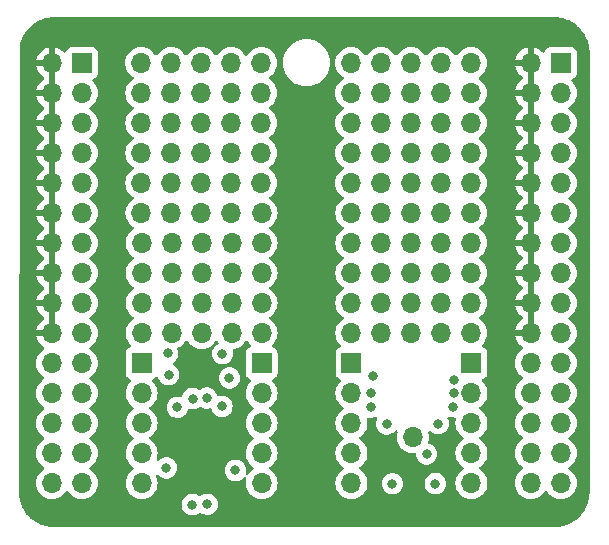
<source format=gbr>
%TF.GenerationSoftware,KiCad,Pcbnew,7.0.2*%
%TF.CreationDate,2024-01-29T22:05:23-05:00*%
%TF.ProjectId,dpx_perv_5x10-smt,6470785f-7065-4727-965f-357831302d73,rev?*%
%TF.SameCoordinates,Original*%
%TF.FileFunction,Copper,L3,Inr*%
%TF.FilePolarity,Positive*%
%FSLAX46Y46*%
G04 Gerber Fmt 4.6, Leading zero omitted, Abs format (unit mm)*
G04 Created by KiCad (PCBNEW 7.0.2) date 2024-01-29 22:05:23*
%MOMM*%
%LPD*%
G01*
G04 APERTURE LIST*
%TA.AperFunction,ComponentPad*%
%ADD10R,1.700000X1.700000*%
%TD*%
%TA.AperFunction,ComponentPad*%
%ADD11O,1.700000X1.700000*%
%TD*%
%TA.AperFunction,ViaPad*%
%ADD12C,0.800000*%
%TD*%
G04 APERTURE END LIST*
D10*
%TO.N,N/C*%
%TO.C,REF\u002A\u002A*%
X51280000Y-59030000D03*
D11*
X51280000Y-61570000D03*
X51280000Y-64110000D03*
X51280000Y-66650000D03*
X51280000Y-69190000D03*
%TD*%
D10*
%TO.N,VCC*%
%TO.C,J1*%
X46220000Y-33615000D03*
D11*
%TO.N,GND*%
X43680000Y-33615000D03*
%TO.N,VCC*%
X46220000Y-36155000D03*
%TO.N,GND*%
X43680000Y-36155000D03*
%TO.N,VCC*%
X46220000Y-38695000D03*
%TO.N,GND*%
X43680000Y-38695000D03*
%TO.N,VCC*%
X46220000Y-41235000D03*
%TO.N,GND*%
X43680000Y-41235000D03*
%TO.N,VCC*%
X46220000Y-43775000D03*
%TO.N,GND*%
X43680000Y-43775000D03*
%TO.N,VCC*%
X46220000Y-46315000D03*
%TO.N,GND*%
X43680000Y-46315000D03*
%TO.N,VCC*%
X46220000Y-48855000D03*
%TO.N,GND*%
X43680000Y-48855000D03*
%TO.N,VCC*%
X46220000Y-51395000D03*
%TO.N,GND*%
X43680000Y-51395000D03*
%TO.N,VCC*%
X46220000Y-53935000D03*
%TO.N,GND*%
X43680000Y-53935000D03*
%TO.N,VCC*%
X46220000Y-56475000D03*
%TO.N,GND*%
X43680000Y-56475000D03*
%TO.N,N/C*%
X46220000Y-59015000D03*
X43680000Y-59015000D03*
X46220000Y-61555000D03*
X43680000Y-61555000D03*
X46220000Y-64095000D03*
X43680000Y-64095000D03*
X46220000Y-66635000D03*
X43680000Y-66635000D03*
X46220000Y-69175000D03*
X43680000Y-69175000D03*
%TD*%
D10*
%TO.N,VCC*%
%TO.C,J2*%
X86770000Y-33615000D03*
D11*
%TO.N,GND*%
X84230000Y-33615000D03*
%TO.N,VCC*%
X86770000Y-36155000D03*
%TO.N,GND*%
X84230000Y-36155000D03*
%TO.N,VCC*%
X86770000Y-38695000D03*
%TO.N,GND*%
X84230000Y-38695000D03*
%TO.N,VCC*%
X86770000Y-41235000D03*
%TO.N,GND*%
X84230000Y-41235000D03*
%TO.N,VCC*%
X86770000Y-43775000D03*
%TO.N,GND*%
X84230000Y-43775000D03*
%TO.N,VCC*%
X86770000Y-46315000D03*
%TO.N,GND*%
X84230000Y-46315000D03*
%TO.N,VCC*%
X86770000Y-48855000D03*
%TO.N,GND*%
X84230000Y-48855000D03*
%TO.N,VCC*%
X86770000Y-51395000D03*
%TO.N,GND*%
X84230000Y-51395000D03*
%TO.N,VCC*%
X86770000Y-53935000D03*
%TO.N,GND*%
X84230000Y-53935000D03*
%TO.N,VCC*%
X86770000Y-56475000D03*
%TO.N,GND*%
X84230000Y-56475000D03*
%TO.N,N/C*%
X86770000Y-59015000D03*
X84230000Y-59015000D03*
X86770000Y-61555000D03*
X84230000Y-61555000D03*
X86770000Y-64095000D03*
X84230000Y-64095000D03*
X86770000Y-66635000D03*
X84230000Y-66635000D03*
X86770000Y-69175000D03*
X84230000Y-69175000D03*
%TD*%
D10*
%TO.N,N/C*%
%TO.C,REF\u002A\u002A*%
X79210000Y-59030000D03*
D11*
X79210000Y-61570000D03*
X79210000Y-64110000D03*
X79210000Y-66650000D03*
X79210000Y-69190000D03*
%TD*%
D10*
%TO.N,N/C*%
%TO.C,REF\u002A\u002A*%
X61440000Y-59030000D03*
D11*
X61440000Y-61570000D03*
X61440000Y-64110000D03*
X61440000Y-66650000D03*
X61440000Y-69190000D03*
%TD*%
%TO.N,N/C*%
%TO.C,*%
X74240000Y-65270000D03*
%TD*%
D10*
%TO.N,N/C*%
%TO.C,REF\u002A\u002A*%
X69050000Y-59030000D03*
D11*
X69050000Y-61570000D03*
X69050000Y-64110000D03*
X69050000Y-66650000D03*
X69050000Y-69190000D03*
%TD*%
%TO.N,N/C*%
%TO.C,U2*%
X79195000Y-46310000D03*
X76655000Y-46310000D03*
X74115000Y-46310000D03*
X71575000Y-46310000D03*
X69035000Y-46310000D03*
X61435000Y-46310000D03*
X79195000Y-48850000D03*
X76655000Y-48850000D03*
X74115000Y-48850000D03*
X71575000Y-48850000D03*
X69035000Y-48850000D03*
X61435000Y-48850000D03*
X58895000Y-48850000D03*
X58885000Y-46310000D03*
X56355000Y-48850000D03*
X56345000Y-46310000D03*
X53815000Y-48850000D03*
X53805000Y-46310000D03*
X51275000Y-48850000D03*
X51265000Y-46310000D03*
X79195000Y-51390000D03*
X76655000Y-51390000D03*
X74115000Y-51390000D03*
X71575000Y-51390000D03*
X69035000Y-51390000D03*
X61435000Y-51390000D03*
X58895000Y-51390000D03*
X56355000Y-51390000D03*
X53815000Y-51390000D03*
X51275000Y-51390000D03*
X79195000Y-53930000D03*
X76655000Y-53930000D03*
X74115000Y-53930000D03*
X71575000Y-53930000D03*
X69035000Y-53930000D03*
X61435000Y-53930000D03*
X58895000Y-53930000D03*
X56355000Y-53930000D03*
X53815000Y-53930000D03*
X51275000Y-53930000D03*
X79195000Y-56470000D03*
X76655000Y-56470000D03*
X74115000Y-56470000D03*
X71575000Y-56470000D03*
X69035000Y-56470000D03*
X61435000Y-56470000D03*
X58895000Y-56470000D03*
X56355000Y-56470000D03*
X53815000Y-56470000D03*
X51275000Y-56470000D03*
%TD*%
%TO.N,N/C*%
%TO.C,U1*%
X79180000Y-33615000D03*
X76640000Y-33615000D03*
X74100000Y-33615000D03*
X71560000Y-33615000D03*
X69020000Y-33615000D03*
X61420000Y-33615000D03*
X79180000Y-36155000D03*
X76640000Y-36155000D03*
X74100000Y-36155000D03*
X71560000Y-36155000D03*
X69020000Y-36155000D03*
X61420000Y-36155000D03*
X58880000Y-36155000D03*
X58870000Y-33615000D03*
X56340000Y-36155000D03*
X56330000Y-33615000D03*
X53800000Y-36155000D03*
X53790000Y-33615000D03*
X51260000Y-36155000D03*
X51250000Y-33615000D03*
X79180000Y-38695000D03*
X76640000Y-38695000D03*
X74100000Y-38695000D03*
X71560000Y-38695000D03*
X69020000Y-38695000D03*
X61420000Y-38695000D03*
X58880000Y-38695000D03*
X56340000Y-38695000D03*
X53800000Y-38695000D03*
X51260000Y-38695000D03*
X79180000Y-41235000D03*
X76640000Y-41235000D03*
X74100000Y-41235000D03*
X71560000Y-41235000D03*
X69020000Y-41235000D03*
X61420000Y-41235000D03*
X58880000Y-41235000D03*
X56340000Y-41235000D03*
X53800000Y-41235000D03*
X51260000Y-41235000D03*
X79180000Y-43775000D03*
X76640000Y-43775000D03*
X74100000Y-43775000D03*
X71560000Y-43775000D03*
X69020000Y-43775000D03*
X61420000Y-43775000D03*
X58880000Y-43775000D03*
X56340000Y-43775000D03*
X53800000Y-43775000D03*
X51260000Y-43775000D03*
%TD*%
D12*
%TO.N,*%
X75420000Y-66710000D03*
X70730000Y-62760000D03*
X72520000Y-69240000D03*
X58720000Y-60290000D03*
X77665000Y-62725000D03*
X77770000Y-60470000D03*
X77720000Y-61520000D03*
X70720000Y-61570000D03*
X76390000Y-64150000D03*
X76140000Y-69230000D03*
X53570000Y-60000000D03*
X53490000Y-58210000D03*
X58130000Y-58240000D03*
X70880000Y-60150000D03*
X72040000Y-64180000D03*
%TO.N,unconnected-(1-1-UD+-Pad1)*%
X58090000Y-62690000D03*
%TO.N,unconnected-(1-2-UD--Pad2)*%
X56800000Y-61980000D03*
%TO.N,unconnected-(1-3-GND-Pad3)*%
X55600000Y-62030000D03*
%TO.N,unconnected-(1-4-RTS-Pad4)*%
X54305000Y-62765000D03*
%TO.N,unconnected-(1-5-VCC-Pad5)*%
X53390000Y-67900000D03*
%TO.N,unconnected-(1-6-TXD-Pad6)*%
X55570000Y-71010000D03*
%TO.N,unconnected-(1-7-RXD-Pad7)*%
X56840000Y-70980000D03*
%TO.N,unconnected-(1-8-V3-Pad8)*%
X59220000Y-68110000D03*
%TD*%
%TA.AperFunction,Conductor*%
%TO.N,GND*%
G36*
X43930000Y-56039498D02*
G01*
X43822315Y-55990320D01*
X43715763Y-55975000D01*
X43644237Y-55975000D01*
X43537685Y-55990320D01*
X43429999Y-56039498D01*
X43429999Y-54370501D01*
X43537685Y-54419680D01*
X43644237Y-54435000D01*
X43715763Y-54435000D01*
X43822315Y-54419680D01*
X43930000Y-54370501D01*
X43930000Y-56039498D01*
G37*
%TD.AperFunction*%
%TA.AperFunction,Conductor*%
G36*
X43930000Y-53499498D02*
G01*
X43822315Y-53450320D01*
X43715763Y-53435000D01*
X43644237Y-53435000D01*
X43537685Y-53450320D01*
X43429999Y-53499498D01*
X43429999Y-51830501D01*
X43537685Y-51879680D01*
X43644237Y-51895000D01*
X43715763Y-51895000D01*
X43822315Y-51879680D01*
X43930000Y-51830501D01*
X43930000Y-53499498D01*
G37*
%TD.AperFunction*%
%TA.AperFunction,Conductor*%
G36*
X43930000Y-50959498D02*
G01*
X43822315Y-50910320D01*
X43715763Y-50895000D01*
X43644237Y-50895000D01*
X43537685Y-50910320D01*
X43429999Y-50959498D01*
X43429999Y-49290501D01*
X43537685Y-49339680D01*
X43644237Y-49355000D01*
X43715763Y-49355000D01*
X43822315Y-49339680D01*
X43930000Y-49290501D01*
X43930000Y-50959498D01*
G37*
%TD.AperFunction*%
%TA.AperFunction,Conductor*%
G36*
X43930000Y-48419498D02*
G01*
X43822315Y-48370320D01*
X43715763Y-48355000D01*
X43644237Y-48355000D01*
X43537685Y-48370320D01*
X43429999Y-48419498D01*
X43429999Y-46750501D01*
X43537685Y-46799680D01*
X43644237Y-46815000D01*
X43715763Y-46815000D01*
X43822315Y-46799680D01*
X43930000Y-46750501D01*
X43930000Y-48419498D01*
G37*
%TD.AperFunction*%
%TA.AperFunction,Conductor*%
G36*
X43930000Y-45879498D02*
G01*
X43822315Y-45830320D01*
X43715763Y-45815000D01*
X43644237Y-45815000D01*
X43537685Y-45830320D01*
X43429999Y-45879498D01*
X43429999Y-44210501D01*
X43537685Y-44259680D01*
X43644237Y-44275000D01*
X43715763Y-44275000D01*
X43822315Y-44259680D01*
X43930000Y-44210501D01*
X43930000Y-45879498D01*
G37*
%TD.AperFunction*%
%TA.AperFunction,Conductor*%
G36*
X43930000Y-43339498D02*
G01*
X43822315Y-43290320D01*
X43715763Y-43275000D01*
X43644237Y-43275000D01*
X43537685Y-43290320D01*
X43429999Y-43339498D01*
X43429999Y-41670501D01*
X43537685Y-41719680D01*
X43644237Y-41735000D01*
X43715763Y-41735000D01*
X43822315Y-41719680D01*
X43930000Y-41670501D01*
X43930000Y-43339498D01*
G37*
%TD.AperFunction*%
%TA.AperFunction,Conductor*%
G36*
X43930000Y-40799498D02*
G01*
X43822315Y-40750320D01*
X43715763Y-40735000D01*
X43644237Y-40735000D01*
X43537685Y-40750320D01*
X43429999Y-40799498D01*
X43429999Y-39130501D01*
X43537685Y-39179680D01*
X43644237Y-39195000D01*
X43715763Y-39195000D01*
X43822315Y-39179680D01*
X43930000Y-39130501D01*
X43930000Y-40799498D01*
G37*
%TD.AperFunction*%
%TA.AperFunction,Conductor*%
G36*
X43930000Y-38259498D02*
G01*
X43822315Y-38210320D01*
X43715763Y-38195000D01*
X43644237Y-38195000D01*
X43537685Y-38210320D01*
X43429999Y-38259498D01*
X43429999Y-36590501D01*
X43537685Y-36639680D01*
X43644237Y-36655000D01*
X43715763Y-36655000D01*
X43822315Y-36639680D01*
X43930000Y-36590501D01*
X43930000Y-38259498D01*
G37*
%TD.AperFunction*%
%TA.AperFunction,Conductor*%
G36*
X43930000Y-35719498D02*
G01*
X43822315Y-35670320D01*
X43715763Y-35655000D01*
X43644237Y-35655000D01*
X43537685Y-35670320D01*
X43429999Y-35719498D01*
X43429999Y-34050501D01*
X43537685Y-34099680D01*
X43644237Y-34115000D01*
X43715763Y-34115000D01*
X43822315Y-34099680D01*
X43930000Y-34050501D01*
X43930000Y-35719498D01*
G37*
%TD.AperFunction*%
%TA.AperFunction,Conductor*%
G36*
X84480000Y-56039498D02*
G01*
X84372315Y-55990320D01*
X84265763Y-55975000D01*
X84194237Y-55975000D01*
X84087685Y-55990320D01*
X83979999Y-56039498D01*
X83979999Y-54370501D01*
X84087685Y-54419680D01*
X84194237Y-54435000D01*
X84265763Y-54435000D01*
X84372315Y-54419680D01*
X84480000Y-54370501D01*
X84480000Y-56039498D01*
G37*
%TD.AperFunction*%
%TA.AperFunction,Conductor*%
G36*
X84480000Y-53499498D02*
G01*
X84372315Y-53450320D01*
X84265763Y-53435000D01*
X84194237Y-53435000D01*
X84087685Y-53450320D01*
X83979999Y-53499498D01*
X83979999Y-51830501D01*
X84087685Y-51879680D01*
X84194237Y-51895000D01*
X84265763Y-51895000D01*
X84372315Y-51879680D01*
X84480000Y-51830501D01*
X84480000Y-53499498D01*
G37*
%TD.AperFunction*%
%TA.AperFunction,Conductor*%
G36*
X84480000Y-50959498D02*
G01*
X84372315Y-50910320D01*
X84265763Y-50895000D01*
X84194237Y-50895000D01*
X84087685Y-50910320D01*
X83979999Y-50959498D01*
X83979999Y-49290501D01*
X84087685Y-49339680D01*
X84194237Y-49355000D01*
X84265763Y-49355000D01*
X84372315Y-49339680D01*
X84480000Y-49290501D01*
X84480000Y-50959498D01*
G37*
%TD.AperFunction*%
%TA.AperFunction,Conductor*%
G36*
X84480000Y-48419498D02*
G01*
X84372315Y-48370320D01*
X84265763Y-48355000D01*
X84194237Y-48355000D01*
X84087685Y-48370320D01*
X83979999Y-48419498D01*
X83979999Y-46750501D01*
X84087685Y-46799680D01*
X84194237Y-46815000D01*
X84265763Y-46815000D01*
X84372315Y-46799680D01*
X84480000Y-46750501D01*
X84480000Y-48419498D01*
G37*
%TD.AperFunction*%
%TA.AperFunction,Conductor*%
G36*
X84480000Y-45879498D02*
G01*
X84372315Y-45830320D01*
X84265763Y-45815000D01*
X84194237Y-45815000D01*
X84087685Y-45830320D01*
X83979999Y-45879498D01*
X83979999Y-44210501D01*
X84087685Y-44259680D01*
X84194237Y-44275000D01*
X84265763Y-44275000D01*
X84372315Y-44259680D01*
X84480000Y-44210501D01*
X84480000Y-45879498D01*
G37*
%TD.AperFunction*%
%TA.AperFunction,Conductor*%
G36*
X84480000Y-43339498D02*
G01*
X84372315Y-43290320D01*
X84265763Y-43275000D01*
X84194237Y-43275000D01*
X84087685Y-43290320D01*
X83979999Y-43339498D01*
X83979999Y-41670501D01*
X84087685Y-41719680D01*
X84194237Y-41735000D01*
X84265763Y-41735000D01*
X84372315Y-41719680D01*
X84480000Y-41670501D01*
X84480000Y-43339498D01*
G37*
%TD.AperFunction*%
%TA.AperFunction,Conductor*%
G36*
X84480000Y-40799498D02*
G01*
X84372315Y-40750320D01*
X84265763Y-40735000D01*
X84194237Y-40735000D01*
X84087685Y-40750320D01*
X83979999Y-40799498D01*
X83979999Y-39130501D01*
X84087685Y-39179680D01*
X84194237Y-39195000D01*
X84265763Y-39195000D01*
X84372315Y-39179680D01*
X84480000Y-39130501D01*
X84480000Y-40799498D01*
G37*
%TD.AperFunction*%
%TA.AperFunction,Conductor*%
G36*
X84480000Y-38259498D02*
G01*
X84372315Y-38210320D01*
X84265763Y-38195000D01*
X84194237Y-38195000D01*
X84087685Y-38210320D01*
X83979999Y-38259498D01*
X83979999Y-36590501D01*
X84087685Y-36639680D01*
X84194237Y-36655000D01*
X84265763Y-36655000D01*
X84372315Y-36639680D01*
X84480000Y-36590501D01*
X84480000Y-38259498D01*
G37*
%TD.AperFunction*%
%TA.AperFunction,Conductor*%
G36*
X84480000Y-35719498D02*
G01*
X84372315Y-35670320D01*
X84265763Y-35655000D01*
X84194237Y-35655000D01*
X84087685Y-35670320D01*
X83979999Y-35719498D01*
X83979999Y-34050501D01*
X84087685Y-34099680D01*
X84194237Y-34115000D01*
X84265763Y-34115000D01*
X84372315Y-34099680D01*
X84480000Y-34050501D01*
X84480000Y-35719498D01*
G37*
%TD.AperFunction*%
%TA.AperFunction,Conductor*%
G36*
X86218243Y-29725669D02*
G01*
X86348628Y-29732503D01*
X86528910Y-29742628D01*
X86541309Y-29743955D01*
X86690647Y-29767608D01*
X86850321Y-29794737D01*
X86861619Y-29797205D01*
X87011693Y-29837418D01*
X87164188Y-29881351D01*
X87174253Y-29884726D01*
X87319710Y-29940562D01*
X87322599Y-29941714D01*
X87466768Y-30001430D01*
X87475594Y-30005500D01*
X87615064Y-30076565D01*
X87618748Y-30078521D01*
X87708848Y-30128316D01*
X87754548Y-30153574D01*
X87762061Y-30158081D01*
X87893754Y-30243604D01*
X87897947Y-30246452D01*
X88024147Y-30335996D01*
X88030428Y-30340759D01*
X88152567Y-30439665D01*
X88157158Y-30443571D01*
X88272424Y-30546579D01*
X88277478Y-30551358D01*
X88388640Y-30662520D01*
X88393419Y-30667574D01*
X88496427Y-30782840D01*
X88500333Y-30787431D01*
X88599239Y-30909570D01*
X88604002Y-30915851D01*
X88693546Y-31042051D01*
X88696409Y-31046266D01*
X88781907Y-31177921D01*
X88786430Y-31185460D01*
X88861477Y-31321250D01*
X88863433Y-31324934D01*
X88934498Y-31464404D01*
X88938575Y-31473247D01*
X88998259Y-31617337D01*
X88999462Y-31620353D01*
X89055265Y-31765727D01*
X89058655Y-31775836D01*
X89102579Y-31928297D01*
X89142793Y-32078379D01*
X89145262Y-32089685D01*
X89172394Y-32249369D01*
X89196040Y-32398670D01*
X89197371Y-32411108D01*
X89207509Y-32591617D01*
X89214330Y-32721756D01*
X89214500Y-32728246D01*
X89214500Y-69921753D01*
X89214330Y-69928243D01*
X89207509Y-70058382D01*
X89197372Y-70238887D01*
X89196040Y-70251331D01*
X89172394Y-70400629D01*
X89145263Y-70560308D01*
X89142791Y-70571624D01*
X89102579Y-70721701D01*
X89058653Y-70874170D01*
X89055268Y-70884263D01*
X88999462Y-71029645D01*
X88998259Y-71032661D01*
X88938575Y-71176751D01*
X88934498Y-71185594D01*
X88863433Y-71325064D01*
X88861477Y-71328748D01*
X88786430Y-71464538D01*
X88781897Y-71472094D01*
X88696412Y-71603728D01*
X88693546Y-71607947D01*
X88604002Y-71734147D01*
X88599239Y-71740428D01*
X88500333Y-71862567D01*
X88496427Y-71867158D01*
X88393419Y-71982424D01*
X88388640Y-71987478D01*
X88277478Y-72098640D01*
X88272424Y-72103419D01*
X88157158Y-72206427D01*
X88152567Y-72210333D01*
X88030428Y-72309239D01*
X88024147Y-72314002D01*
X87897947Y-72403546D01*
X87893728Y-72406412D01*
X87762094Y-72491897D01*
X87754538Y-72496430D01*
X87618748Y-72571477D01*
X87615064Y-72573433D01*
X87475594Y-72644498D01*
X87466751Y-72648575D01*
X87322661Y-72708259D01*
X87319645Y-72709462D01*
X87174271Y-72765265D01*
X87164162Y-72768655D01*
X87011702Y-72812579D01*
X86861619Y-72852793D01*
X86850313Y-72855262D01*
X86690630Y-72882394D01*
X86541328Y-72906040D01*
X86528890Y-72907371D01*
X86348382Y-72917509D01*
X86218244Y-72924330D01*
X86211754Y-72924500D01*
X43903247Y-72924500D01*
X43896757Y-72924330D01*
X43766617Y-72917509D01*
X43586111Y-72907372D01*
X43573666Y-72906040D01*
X43424369Y-72882394D01*
X43264690Y-72855263D01*
X43253374Y-72852791D01*
X43103298Y-72812579D01*
X42950828Y-72768653D01*
X42940735Y-72765268D01*
X42795353Y-72709462D01*
X42792337Y-72708259D01*
X42648247Y-72648575D01*
X42639404Y-72644498D01*
X42499934Y-72573433D01*
X42496250Y-72571477D01*
X42360460Y-72496430D01*
X42352921Y-72491907D01*
X42221266Y-72406409D01*
X42217051Y-72403546D01*
X42090851Y-72314002D01*
X42084570Y-72309239D01*
X41962431Y-72210333D01*
X41957840Y-72206427D01*
X41842574Y-72103419D01*
X41837520Y-72098640D01*
X41726358Y-71987478D01*
X41721579Y-71982424D01*
X41618571Y-71867158D01*
X41614665Y-71862567D01*
X41534969Y-71764151D01*
X41515757Y-71740426D01*
X41510996Y-71734147D01*
X41421452Y-71607947D01*
X41418604Y-71603754D01*
X41333081Y-71472061D01*
X41328568Y-71464538D01*
X41253521Y-71328748D01*
X41251565Y-71325064D01*
X41180500Y-71185594D01*
X41176430Y-71176768D01*
X41116714Y-71032599D01*
X41115562Y-71029710D01*
X41107996Y-71010000D01*
X54664540Y-71010000D01*
X54684326Y-71198257D01*
X54742820Y-71378284D01*
X54837466Y-71542216D01*
X54964129Y-71682889D01*
X55117269Y-71794151D01*
X55290197Y-71871144D01*
X55475352Y-71910500D01*
X55475354Y-71910500D01*
X55664648Y-71910500D01*
X55805786Y-71880500D01*
X55849803Y-71871144D01*
X56022730Y-71794151D01*
X56152761Y-71699678D01*
X56218566Y-71676199D01*
X56286620Y-71692024D01*
X56298530Y-71699679D01*
X56387269Y-71764151D01*
X56560197Y-71841144D01*
X56745352Y-71880500D01*
X56745354Y-71880500D01*
X56934648Y-71880500D01*
X57058084Y-71854262D01*
X57119803Y-71841144D01*
X57292730Y-71764151D01*
X57334027Y-71734147D01*
X57445870Y-71652889D01*
X57572533Y-71512216D01*
X57667179Y-71348284D01*
X57674724Y-71325064D01*
X57725674Y-71168256D01*
X57745460Y-70980000D01*
X57725674Y-70791744D01*
X57676927Y-70641716D01*
X57667179Y-70611715D01*
X57572533Y-70447783D01*
X57445870Y-70307110D01*
X57292730Y-70195848D01*
X57119802Y-70118855D01*
X56934648Y-70079500D01*
X56934646Y-70079500D01*
X56745354Y-70079500D01*
X56745352Y-70079500D01*
X56560197Y-70118855D01*
X56387269Y-70195848D01*
X56257239Y-70290321D01*
X56191433Y-70313801D01*
X56123379Y-70297976D01*
X56111468Y-70290321D01*
X56022727Y-70225847D01*
X55849802Y-70148855D01*
X55664648Y-70109500D01*
X55664646Y-70109500D01*
X55475354Y-70109500D01*
X55475352Y-70109500D01*
X55290197Y-70148855D01*
X55117269Y-70225848D01*
X54964129Y-70337110D01*
X54837466Y-70477783D01*
X54742820Y-70641715D01*
X54684326Y-70821742D01*
X54664540Y-71010000D01*
X41107996Y-71010000D01*
X41059729Y-70884260D01*
X41056346Y-70874170D01*
X41012414Y-70721679D01*
X40990988Y-70641716D01*
X40972202Y-70571605D01*
X40969738Y-70560323D01*
X40942605Y-70400629D01*
X40922659Y-70274694D01*
X40921136Y-70255070D01*
X40923490Y-69175000D01*
X42324340Y-69175000D01*
X42344936Y-69410407D01*
X42389709Y-69577502D01*
X42406097Y-69638663D01*
X42505965Y-69852830D01*
X42641505Y-70046401D01*
X42808599Y-70213495D01*
X43002170Y-70349035D01*
X43216337Y-70448903D01*
X43444592Y-70510063D01*
X43680000Y-70530659D01*
X43915408Y-70510063D01*
X44143663Y-70448903D01*
X44357830Y-70349035D01*
X44551401Y-70213495D01*
X44718495Y-70046401D01*
X44848426Y-69860839D01*
X44903002Y-69817216D01*
X44972500Y-69810022D01*
X45034855Y-69841545D01*
X45051571Y-69860837D01*
X45181505Y-70046401D01*
X45348599Y-70213495D01*
X45542170Y-70349035D01*
X45756337Y-70448903D01*
X45984592Y-70510063D01*
X46219999Y-70530659D01*
X46219999Y-70530658D01*
X46220000Y-70530659D01*
X46455408Y-70510063D01*
X46683663Y-70448903D01*
X46897830Y-70349035D01*
X47091401Y-70213495D01*
X47258495Y-70046401D01*
X47394035Y-69852830D01*
X47493903Y-69638663D01*
X47555063Y-69410408D01*
X47575659Y-69175000D01*
X47555063Y-68939592D01*
X47493903Y-68711337D01*
X47394035Y-68497171D01*
X47258495Y-68303599D01*
X47091401Y-68136505D01*
X46905839Y-68006573D01*
X46862216Y-67951998D01*
X46855022Y-67882500D01*
X46886545Y-67820145D01*
X46905837Y-67803428D01*
X47091401Y-67673495D01*
X47258495Y-67506401D01*
X47394035Y-67312830D01*
X47493903Y-67098663D01*
X47555063Y-66870408D01*
X47575659Y-66635000D01*
X47555063Y-66399592D01*
X47493903Y-66171337D01*
X47394035Y-65957171D01*
X47258495Y-65763599D01*
X47091401Y-65596505D01*
X46905839Y-65466573D01*
X46862216Y-65411998D01*
X46855022Y-65342500D01*
X46886545Y-65280145D01*
X46905837Y-65263428D01*
X47091401Y-65133495D01*
X47258495Y-64966401D01*
X47394035Y-64772830D01*
X47493903Y-64558663D01*
X47555063Y-64330408D01*
X47575659Y-64095000D01*
X47555063Y-63859592D01*
X47493903Y-63631337D01*
X47394035Y-63417171D01*
X47258495Y-63223599D01*
X47091401Y-63056505D01*
X46905839Y-62926573D01*
X46862217Y-62871998D01*
X46855024Y-62802499D01*
X46886546Y-62740145D01*
X46905837Y-62723428D01*
X47091401Y-62593495D01*
X47258495Y-62426401D01*
X47394035Y-62232830D01*
X47493903Y-62018663D01*
X47555063Y-61790408D01*
X47575659Y-61555000D01*
X47555063Y-61319592D01*
X47493903Y-61091337D01*
X47394035Y-60877171D01*
X47258495Y-60683599D01*
X47091401Y-60516505D01*
X46905839Y-60386573D01*
X46862216Y-60331998D01*
X46855022Y-60262500D01*
X46886545Y-60200145D01*
X46905837Y-60183428D01*
X47091401Y-60053495D01*
X47258495Y-59886401D01*
X47394035Y-59692830D01*
X47493903Y-59478663D01*
X47555063Y-59250408D01*
X47575659Y-59015000D01*
X47557849Y-58811441D01*
X47555063Y-58779592D01*
X47545048Y-58742216D01*
X47493903Y-58551337D01*
X47394035Y-58337171D01*
X47258495Y-58143599D01*
X47091401Y-57976505D01*
X46905839Y-57846573D01*
X46862216Y-57791998D01*
X46855022Y-57722500D01*
X46886545Y-57660145D01*
X46905837Y-57643428D01*
X47091401Y-57513495D01*
X47258495Y-57346401D01*
X47394035Y-57152830D01*
X47493903Y-56938663D01*
X47555063Y-56710408D01*
X47575659Y-56475000D01*
X47555063Y-56239592D01*
X47493903Y-56011337D01*
X47394035Y-55797171D01*
X47258495Y-55603599D01*
X47091401Y-55436505D01*
X46905839Y-55306573D01*
X46862216Y-55251998D01*
X46855022Y-55182500D01*
X46886545Y-55120145D01*
X46905837Y-55103428D01*
X47091401Y-54973495D01*
X47258495Y-54806401D01*
X47394035Y-54612830D01*
X47493903Y-54398663D01*
X47555063Y-54170408D01*
X47575659Y-53935000D01*
X47555063Y-53699592D01*
X47493903Y-53471337D01*
X47394035Y-53257171D01*
X47258495Y-53063599D01*
X47091401Y-52896505D01*
X46905839Y-52766573D01*
X46862216Y-52711998D01*
X46855022Y-52642500D01*
X46886545Y-52580145D01*
X46905837Y-52563428D01*
X47091401Y-52433495D01*
X47258495Y-52266401D01*
X47394035Y-52072830D01*
X47493903Y-51858663D01*
X47555063Y-51630408D01*
X47575659Y-51395000D01*
X47555063Y-51159592D01*
X47493903Y-50931337D01*
X47394035Y-50717171D01*
X47258495Y-50523599D01*
X47091401Y-50356505D01*
X46905839Y-50226573D01*
X46862216Y-50171998D01*
X46855022Y-50102500D01*
X46886545Y-50040145D01*
X46905837Y-50023428D01*
X47091401Y-49893495D01*
X47258495Y-49726401D01*
X47394035Y-49532830D01*
X47493903Y-49318663D01*
X47555063Y-49090408D01*
X47575659Y-48855000D01*
X47575221Y-48849999D01*
X47555063Y-48619592D01*
X47551153Y-48604999D01*
X47493903Y-48391337D01*
X47394035Y-48177171D01*
X47258495Y-47983599D01*
X47091401Y-47816505D01*
X46905839Y-47686573D01*
X46862216Y-47631998D01*
X46855022Y-47562500D01*
X46886545Y-47500145D01*
X46905837Y-47483428D01*
X47091401Y-47353495D01*
X47258495Y-47186401D01*
X47394035Y-46992830D01*
X47493903Y-46778663D01*
X47555063Y-46550408D01*
X47575659Y-46315000D01*
X47555063Y-46079592D01*
X47493903Y-45851337D01*
X47394035Y-45637171D01*
X47258495Y-45443599D01*
X47091401Y-45276505D01*
X46905839Y-45146573D01*
X46862216Y-45091998D01*
X46855022Y-45022500D01*
X46886545Y-44960145D01*
X46905837Y-44943428D01*
X47091401Y-44813495D01*
X47258495Y-44646401D01*
X47394035Y-44452830D01*
X47493903Y-44238663D01*
X47555063Y-44010408D01*
X47575659Y-43775000D01*
X47555063Y-43539592D01*
X47493903Y-43311337D01*
X47394035Y-43097171D01*
X47258495Y-42903599D01*
X47091401Y-42736505D01*
X46905839Y-42606573D01*
X46862216Y-42551998D01*
X46855022Y-42482500D01*
X46886545Y-42420145D01*
X46905837Y-42403428D01*
X47091401Y-42273495D01*
X47258495Y-42106401D01*
X47394035Y-41912830D01*
X47493903Y-41698663D01*
X47555063Y-41470408D01*
X47575659Y-41235000D01*
X47555063Y-40999592D01*
X47493903Y-40771337D01*
X47394035Y-40557171D01*
X47258495Y-40363599D01*
X47091401Y-40196505D01*
X46905839Y-40066573D01*
X46862215Y-40011997D01*
X46855023Y-39942498D01*
X46886545Y-39880144D01*
X46905831Y-39863432D01*
X47091401Y-39733495D01*
X47258495Y-39566401D01*
X47394035Y-39372830D01*
X47493903Y-39158663D01*
X47555063Y-38930408D01*
X47575659Y-38695000D01*
X47555063Y-38459592D01*
X47493903Y-38231337D01*
X47394035Y-38017171D01*
X47258495Y-37823599D01*
X47091401Y-37656505D01*
X46905839Y-37526573D01*
X46862215Y-37471997D01*
X46855023Y-37402498D01*
X46886545Y-37340144D01*
X46905831Y-37323432D01*
X47091401Y-37193495D01*
X47258495Y-37026401D01*
X47394035Y-36832830D01*
X47493903Y-36618663D01*
X47555063Y-36390408D01*
X47575659Y-36155000D01*
X47555063Y-35919592D01*
X47493903Y-35691337D01*
X47394035Y-35477171D01*
X47258495Y-35283599D01*
X47136569Y-35161673D01*
X47103084Y-35100350D01*
X47108068Y-35030658D01*
X47149940Y-34974725D01*
X47180915Y-34957810D01*
X47312331Y-34908796D01*
X47427546Y-34822546D01*
X47513796Y-34707331D01*
X47564091Y-34572483D01*
X47570500Y-34512873D01*
X47570499Y-33615000D01*
X49894340Y-33615000D01*
X49914936Y-33850407D01*
X49921641Y-33875429D01*
X49976097Y-34078663D01*
X50075965Y-34292830D01*
X50211505Y-34486401D01*
X50378599Y-34653495D01*
X50569160Y-34786927D01*
X50612783Y-34841503D01*
X50619976Y-34911002D01*
X50588454Y-34973356D01*
X50569159Y-34990076D01*
X50388595Y-35116508D01*
X50221505Y-35283598D01*
X50085965Y-35477170D01*
X49986097Y-35691336D01*
X49924936Y-35919592D01*
X49904340Y-36155000D01*
X49924936Y-36390407D01*
X49950496Y-36485798D01*
X49986097Y-36618663D01*
X50085965Y-36832830D01*
X50221505Y-37026401D01*
X50388599Y-37193495D01*
X50574160Y-37323426D01*
X50617783Y-37378002D01*
X50624976Y-37447501D01*
X50593454Y-37509855D01*
X50574159Y-37526575D01*
X50388595Y-37656508D01*
X50221505Y-37823598D01*
X50085965Y-38017170D01*
X49986097Y-38231336D01*
X49924936Y-38459592D01*
X49904340Y-38694999D01*
X49924936Y-38930407D01*
X49950496Y-39025798D01*
X49986097Y-39158663D01*
X50085965Y-39372830D01*
X50221505Y-39566401D01*
X50388599Y-39733495D01*
X50574160Y-39863426D01*
X50617783Y-39918002D01*
X50624976Y-39987501D01*
X50593454Y-40049855D01*
X50574159Y-40066575D01*
X50388595Y-40196508D01*
X50221505Y-40363598D01*
X50085965Y-40557170D01*
X49986097Y-40771336D01*
X49924936Y-40999592D01*
X49904340Y-41235000D01*
X49924936Y-41470407D01*
X49950496Y-41565798D01*
X49986097Y-41698663D01*
X50085965Y-41912830D01*
X50221505Y-42106401D01*
X50388599Y-42273495D01*
X50574160Y-42403426D01*
X50617783Y-42458002D01*
X50624976Y-42527501D01*
X50593454Y-42589855D01*
X50574159Y-42606575D01*
X50388595Y-42736508D01*
X50221505Y-42903598D01*
X50085965Y-43097170D01*
X49986097Y-43311336D01*
X49924936Y-43539592D01*
X49904340Y-43775000D01*
X49924936Y-44010407D01*
X49950496Y-44105798D01*
X49986097Y-44238663D01*
X50085965Y-44452830D01*
X50221505Y-44646401D01*
X50388599Y-44813495D01*
X50573089Y-44942676D01*
X50616713Y-44997252D01*
X50623907Y-45066750D01*
X50592384Y-45129105D01*
X50573089Y-45145825D01*
X50393595Y-45271508D01*
X50226505Y-45438598D01*
X50090965Y-45632170D01*
X49991097Y-45846336D01*
X49929936Y-46074592D01*
X49909340Y-46310000D01*
X49929936Y-46545407D01*
X49956836Y-46645798D01*
X49991097Y-46773663D01*
X50090965Y-46987830D01*
X50226505Y-47181401D01*
X50393599Y-47348495D01*
X50584160Y-47481927D01*
X50627783Y-47536503D01*
X50634976Y-47606002D01*
X50603454Y-47668356D01*
X50584159Y-47685076D01*
X50403595Y-47811508D01*
X50236505Y-47978598D01*
X50100965Y-48172170D01*
X50001097Y-48386336D01*
X49939936Y-48614592D01*
X49919340Y-48850000D01*
X49939936Y-49085407D01*
X49966836Y-49185798D01*
X50001097Y-49313663D01*
X50100965Y-49527830D01*
X50236505Y-49721401D01*
X50403599Y-49888495D01*
X50589160Y-50018426D01*
X50632783Y-50073002D01*
X50639976Y-50142501D01*
X50608454Y-50204855D01*
X50589159Y-50221575D01*
X50403595Y-50351508D01*
X50236505Y-50518598D01*
X50100965Y-50712170D01*
X50001097Y-50926336D01*
X49939936Y-51154592D01*
X49919340Y-51389999D01*
X49939936Y-51625407D01*
X49966836Y-51725798D01*
X50001097Y-51853663D01*
X50100965Y-52067830D01*
X50236505Y-52261401D01*
X50403599Y-52428495D01*
X50589160Y-52558426D01*
X50632783Y-52613002D01*
X50639976Y-52682501D01*
X50608454Y-52744855D01*
X50589159Y-52761575D01*
X50403595Y-52891508D01*
X50236505Y-53058598D01*
X50100965Y-53252170D01*
X50001097Y-53466336D01*
X49939936Y-53694592D01*
X49919340Y-53930000D01*
X49939936Y-54165407D01*
X49966836Y-54265798D01*
X50001097Y-54393663D01*
X50100965Y-54607830D01*
X50236505Y-54801401D01*
X50403599Y-54968495D01*
X50589160Y-55098426D01*
X50632783Y-55153002D01*
X50639976Y-55222501D01*
X50608454Y-55284855D01*
X50589159Y-55301575D01*
X50403595Y-55431508D01*
X50236505Y-55598598D01*
X50100965Y-55792170D01*
X50001097Y-56006336D01*
X49939936Y-56234592D01*
X49919340Y-56469999D01*
X49939936Y-56705407D01*
X49966836Y-56805798D01*
X50001097Y-56933663D01*
X50100965Y-57147830D01*
X50236505Y-57341401D01*
X50236508Y-57341404D01*
X50374355Y-57479251D01*
X50407840Y-57540574D01*
X50402856Y-57610266D01*
X50360984Y-57666199D01*
X50330008Y-57683114D01*
X50187669Y-57736204D01*
X50072454Y-57822454D01*
X49986204Y-57937668D01*
X49935910Y-58072515D01*
X49935909Y-58072517D01*
X49929500Y-58132127D01*
X49929500Y-58135448D01*
X49929500Y-58135449D01*
X49929500Y-59924560D01*
X49929500Y-59924578D01*
X49929501Y-59927872D01*
X49929853Y-59931152D01*
X49929854Y-59931159D01*
X49935909Y-59987484D01*
X49960528Y-60053491D01*
X49986204Y-60122331D01*
X50072454Y-60237546D01*
X50187669Y-60323796D01*
X50299907Y-60365658D01*
X50319082Y-60372810D01*
X50375016Y-60414681D01*
X50399433Y-60480146D01*
X50384581Y-60548419D01*
X50363431Y-60576673D01*
X50241503Y-60698601D01*
X50105965Y-60892170D01*
X50006097Y-61106336D01*
X49944936Y-61334592D01*
X49924340Y-61569999D01*
X49944936Y-61805407D01*
X49985333Y-61956169D01*
X50006097Y-62033663D01*
X50105965Y-62247830D01*
X50241505Y-62441401D01*
X50408599Y-62608495D01*
X50594160Y-62738426D01*
X50637783Y-62793002D01*
X50644976Y-62862501D01*
X50613454Y-62924855D01*
X50594158Y-62941575D01*
X50430022Y-63056505D01*
X50408595Y-63071508D01*
X50241505Y-63238598D01*
X50105965Y-63432170D01*
X50006097Y-63646336D01*
X49944936Y-63874592D01*
X49924340Y-64109999D01*
X49944936Y-64345407D01*
X49972631Y-64448765D01*
X50006097Y-64573663D01*
X50105965Y-64787830D01*
X50241505Y-64981401D01*
X50408599Y-65148495D01*
X50594160Y-65278426D01*
X50637783Y-65333002D01*
X50644976Y-65402501D01*
X50613454Y-65464855D01*
X50594158Y-65481575D01*
X50430022Y-65596505D01*
X50408595Y-65611508D01*
X50241505Y-65778598D01*
X50105965Y-65972170D01*
X50006097Y-66186336D01*
X49944936Y-66414592D01*
X49924340Y-66650000D01*
X49944936Y-66885407D01*
X49986053Y-67038856D01*
X50006097Y-67113663D01*
X50105965Y-67327830D01*
X50241505Y-67521401D01*
X50408599Y-67688495D01*
X50594160Y-67818426D01*
X50637783Y-67873002D01*
X50644976Y-67942501D01*
X50613454Y-68004855D01*
X50594158Y-68021575D01*
X50430022Y-68136505D01*
X50408595Y-68151508D01*
X50241505Y-68318598D01*
X50105965Y-68512170D01*
X50006097Y-68726336D01*
X49944936Y-68954592D01*
X49924340Y-69190000D01*
X49944936Y-69425407D01*
X49945700Y-69428257D01*
X50006097Y-69653663D01*
X50105965Y-69867830D01*
X50241505Y-70061401D01*
X50408599Y-70228495D01*
X50602170Y-70364035D01*
X50816337Y-70463903D01*
X51044592Y-70525063D01*
X51280000Y-70545659D01*
X51515408Y-70525063D01*
X51743663Y-70463903D01*
X51957830Y-70364035D01*
X52151401Y-70228495D01*
X52318495Y-70061401D01*
X52454035Y-69867830D01*
X52553903Y-69653663D01*
X52615063Y-69425408D01*
X52635659Y-69190000D01*
X52615063Y-68954592D01*
X52553903Y-68726337D01*
X52508821Y-68629659D01*
X52498330Y-68560587D01*
X52526849Y-68496802D01*
X52585325Y-68458562D01*
X52655193Y-68458007D01*
X52713353Y-68494285D01*
X52784129Y-68572888D01*
X52937269Y-68684151D01*
X53110197Y-68761144D01*
X53295352Y-68800500D01*
X53295354Y-68800500D01*
X53484648Y-68800500D01*
X53608083Y-68774262D01*
X53669803Y-68761144D01*
X53842730Y-68684151D01*
X53995871Y-68572888D01*
X54122533Y-68432216D01*
X54217179Y-68268284D01*
X54275674Y-68088256D01*
X54295460Y-67900000D01*
X54275674Y-67711744D01*
X54238901Y-67598568D01*
X54217179Y-67531715D01*
X54122533Y-67367783D01*
X53995870Y-67227110D01*
X53842730Y-67115848D01*
X53669802Y-67038855D01*
X53484648Y-66999500D01*
X53484646Y-66999500D01*
X53295354Y-66999500D01*
X53295352Y-66999500D01*
X53110197Y-67038855D01*
X52937269Y-67115848D01*
X52784128Y-67227111D01*
X52752041Y-67262747D01*
X52692554Y-67299394D01*
X52622697Y-67298063D01*
X52564649Y-67259175D01*
X52536841Y-67195078D01*
X52547512Y-67127367D01*
X52553903Y-67113663D01*
X52615063Y-66885408D01*
X52635659Y-66650000D01*
X52615063Y-66414592D01*
X52553903Y-66186337D01*
X52454035Y-65972171D01*
X52318495Y-65778599D01*
X52151401Y-65611505D01*
X51965839Y-65481573D01*
X51922217Y-65426998D01*
X51915024Y-65357499D01*
X51946546Y-65295145D01*
X51965837Y-65278428D01*
X52151401Y-65148495D01*
X52318495Y-64981401D01*
X52454035Y-64787830D01*
X52553903Y-64573663D01*
X52615063Y-64345408D01*
X52635659Y-64110000D01*
X52615063Y-63874592D01*
X52553903Y-63646337D01*
X52454035Y-63432171D01*
X52318495Y-63238599D01*
X52151401Y-63071505D01*
X51965839Y-62941573D01*
X51922216Y-62886998D01*
X51915022Y-62817500D01*
X51941563Y-62764999D01*
X53399540Y-62764999D01*
X53419326Y-62953257D01*
X53477820Y-63133284D01*
X53572466Y-63297216D01*
X53699129Y-63437889D01*
X53852269Y-63549151D01*
X54025197Y-63626144D01*
X54210352Y-63665500D01*
X54210354Y-63665500D01*
X54399648Y-63665500D01*
X54523084Y-63639262D01*
X54584803Y-63626144D01*
X54757730Y-63549151D01*
X54766152Y-63543032D01*
X54910870Y-63437889D01*
X54916020Y-63432170D01*
X55037533Y-63297216D01*
X55132179Y-63133284D01*
X55183417Y-62975589D01*
X55222854Y-62917915D01*
X55287213Y-62890716D01*
X55327129Y-62892618D01*
X55505352Y-62930500D01*
X55505354Y-62930500D01*
X55694648Y-62930500D01*
X55818084Y-62904262D01*
X55879803Y-62891144D01*
X55990188Y-62841997D01*
X56052727Y-62814153D01*
X56068766Y-62802500D01*
X56161526Y-62735106D01*
X56227330Y-62711627D01*
X56295384Y-62727452D01*
X56307282Y-62735098D01*
X56347270Y-62764151D01*
X56347271Y-62764151D01*
X56347272Y-62764152D01*
X56520197Y-62841144D01*
X56705352Y-62880500D01*
X56705354Y-62880500D01*
X56894648Y-62880500D01*
X57075792Y-62841997D01*
X57145459Y-62847313D01*
X57201193Y-62889450D01*
X57219504Y-62924969D01*
X57262820Y-63058284D01*
X57357466Y-63222216D01*
X57484129Y-63362889D01*
X57637269Y-63474151D01*
X57810197Y-63551144D01*
X57995352Y-63590500D01*
X57995354Y-63590500D01*
X58184648Y-63590500D01*
X58308084Y-63564262D01*
X58369803Y-63551144D01*
X58542730Y-63474151D01*
X58600512Y-63432170D01*
X58695870Y-63362889D01*
X58735520Y-63318854D01*
X58822533Y-63222216D01*
X58917179Y-63058284D01*
X58975674Y-62878256D01*
X58995460Y-62690000D01*
X58975674Y-62501744D01*
X58917179Y-62321716D01*
X58917179Y-62321715D01*
X58822533Y-62157783D01*
X58695870Y-62017110D01*
X58542730Y-61905848D01*
X58369802Y-61828855D01*
X58184648Y-61789500D01*
X58184646Y-61789500D01*
X57995354Y-61789500D01*
X57995351Y-61789500D01*
X57814207Y-61828002D01*
X57744540Y-61822686D01*
X57688807Y-61780548D01*
X57670496Y-61745030D01*
X57627179Y-61611715D01*
X57532533Y-61447783D01*
X57405870Y-61307110D01*
X57252730Y-61195848D01*
X57079802Y-61118855D01*
X56894648Y-61079500D01*
X56894646Y-61079500D01*
X56705354Y-61079500D01*
X56705352Y-61079500D01*
X56520197Y-61118855D01*
X56347269Y-61195848D01*
X56238475Y-61274892D01*
X56172669Y-61298372D01*
X56104615Y-61282546D01*
X56092704Y-61274892D01*
X56052727Y-61245846D01*
X55879802Y-61168855D01*
X55694648Y-61129500D01*
X55694646Y-61129500D01*
X55505354Y-61129500D01*
X55505352Y-61129500D01*
X55320197Y-61168855D01*
X55147269Y-61245848D01*
X54994129Y-61357110D01*
X54867466Y-61497783D01*
X54772820Y-61661715D01*
X54721583Y-61819409D01*
X54682146Y-61877085D01*
X54617787Y-61904283D01*
X54577872Y-61902382D01*
X54458854Y-61877085D01*
X54399646Y-61864500D01*
X54210354Y-61864500D01*
X54210352Y-61864500D01*
X54025197Y-61903855D01*
X53852269Y-61980848D01*
X53699129Y-62092110D01*
X53572466Y-62232783D01*
X53477820Y-62396715D01*
X53419326Y-62576742D01*
X53399540Y-62764999D01*
X51941563Y-62764999D01*
X51946545Y-62755145D01*
X51965837Y-62738428D01*
X52151401Y-62608495D01*
X52318495Y-62441401D01*
X52454035Y-62247830D01*
X52553903Y-62033663D01*
X52615063Y-61805408D01*
X52635659Y-61570000D01*
X52615063Y-61334592D01*
X52553903Y-61106337D01*
X52454035Y-60892171D01*
X52318495Y-60698599D01*
X52196569Y-60576672D01*
X52163084Y-60515350D01*
X52168068Y-60445658D01*
X52209940Y-60389725D01*
X52240915Y-60372810D01*
X52372331Y-60323796D01*
X52487546Y-60237546D01*
X52490067Y-60234178D01*
X52492631Y-60230754D01*
X52548564Y-60188882D01*
X52618256Y-60183898D01*
X52679579Y-60217383D01*
X52709829Y-60266746D01*
X52742820Y-60368284D01*
X52837466Y-60532216D01*
X52964129Y-60672889D01*
X53117269Y-60784151D01*
X53290197Y-60861144D01*
X53475352Y-60900500D01*
X53475354Y-60900500D01*
X53664648Y-60900500D01*
X53812095Y-60869159D01*
X53849803Y-60861144D01*
X54022730Y-60784151D01*
X54175871Y-60672888D01*
X54302533Y-60532216D01*
X54397179Y-60368284D01*
X54422615Y-60289999D01*
X57814540Y-60289999D01*
X57834326Y-60478257D01*
X57892820Y-60658284D01*
X57987466Y-60822216D01*
X58114129Y-60962889D01*
X58267269Y-61074151D01*
X58440197Y-61151144D01*
X58625352Y-61190500D01*
X58625354Y-61190500D01*
X58814648Y-61190500D01*
X58938083Y-61164262D01*
X58999803Y-61151144D01*
X59172730Y-61074151D01*
X59222785Y-61037784D01*
X59325870Y-60962889D01*
X59452533Y-60822216D01*
X59547179Y-60658284D01*
X59573696Y-60576673D01*
X59605674Y-60478256D01*
X59625460Y-60290000D01*
X59605674Y-60101744D01*
X59572615Y-59999999D01*
X59547179Y-59921715D01*
X59452533Y-59757783D01*
X59325870Y-59617110D01*
X59172730Y-59505848D01*
X58999802Y-59428855D01*
X58814648Y-59389500D01*
X58814646Y-59389500D01*
X58625354Y-59389500D01*
X58625352Y-59389500D01*
X58440197Y-59428855D01*
X58267269Y-59505848D01*
X58114129Y-59617110D01*
X57987466Y-59757783D01*
X57892820Y-59921715D01*
X57834326Y-60101742D01*
X57814540Y-60289999D01*
X54422615Y-60289999D01*
X54455674Y-60188256D01*
X54475460Y-60000000D01*
X54455674Y-59811744D01*
X54397179Y-59631716D01*
X54397179Y-59631715D01*
X54302533Y-59467783D01*
X54175870Y-59327110D01*
X54022734Y-59215850D01*
X53980134Y-59196884D01*
X53926897Y-59151633D01*
X53906576Y-59084784D01*
X53925621Y-59017560D01*
X53957685Y-58983286D01*
X54095870Y-58882889D01*
X54222533Y-58742216D01*
X54317179Y-58578284D01*
X54349501Y-58478808D01*
X54375674Y-58398256D01*
X54395460Y-58210000D01*
X54375674Y-58021744D01*
X54318411Y-57845510D01*
X54316417Y-57775670D01*
X54352497Y-57715837D01*
X54383934Y-57694813D01*
X54492830Y-57644035D01*
X54686401Y-57508495D01*
X54853495Y-57341401D01*
X54983427Y-57155838D01*
X55038001Y-57112216D01*
X55107499Y-57105022D01*
X55169854Y-57136545D01*
X55186572Y-57155838D01*
X55316505Y-57341401D01*
X55483599Y-57508495D01*
X55677170Y-57644035D01*
X55891337Y-57743903D01*
X56119592Y-57805063D01*
X56355000Y-57825659D01*
X56590408Y-57805063D01*
X56818663Y-57743903D01*
X57032830Y-57644035D01*
X57226401Y-57508495D01*
X57393495Y-57341401D01*
X57523426Y-57155839D01*
X57578002Y-57112217D01*
X57647501Y-57105024D01*
X57709855Y-57136546D01*
X57726575Y-57155842D01*
X57788719Y-57244593D01*
X57811046Y-57310799D01*
X57794036Y-57378566D01*
X57743088Y-57426379D01*
X57737581Y-57428995D01*
X57677268Y-57455848D01*
X57524129Y-57567110D01*
X57397466Y-57707783D01*
X57302820Y-57871715D01*
X57244326Y-58051742D01*
X57224540Y-58240000D01*
X57244326Y-58428257D01*
X57302820Y-58608284D01*
X57397466Y-58772216D01*
X57524129Y-58912889D01*
X57677269Y-59024151D01*
X57850197Y-59101144D01*
X58035352Y-59140500D01*
X58035354Y-59140500D01*
X58224648Y-59140500D01*
X58365786Y-59110500D01*
X58409803Y-59101144D01*
X58582730Y-59024151D01*
X58735871Y-58912888D01*
X58862533Y-58772216D01*
X58957179Y-58608284D01*
X59015674Y-58428256D01*
X59035460Y-58240000D01*
X59015674Y-58051744D01*
X58989080Y-57969899D01*
X58987086Y-57900060D01*
X59023166Y-57840227D01*
X59085867Y-57809399D01*
X59096201Y-57808055D01*
X59130408Y-57805063D01*
X59358663Y-57743903D01*
X59572830Y-57644035D01*
X59766401Y-57508495D01*
X59933495Y-57341401D01*
X60063427Y-57155838D01*
X60118001Y-57112216D01*
X60187499Y-57105022D01*
X60249854Y-57136545D01*
X60266572Y-57155838D01*
X60396505Y-57341401D01*
X60396507Y-57341403D01*
X60396508Y-57341404D01*
X60534355Y-57479251D01*
X60567840Y-57540574D01*
X60562856Y-57610266D01*
X60520984Y-57666199D01*
X60490008Y-57683114D01*
X60347669Y-57736204D01*
X60232454Y-57822454D01*
X60146204Y-57937668D01*
X60095910Y-58072515D01*
X60095909Y-58072517D01*
X60089500Y-58132127D01*
X60089500Y-58135448D01*
X60089500Y-58135449D01*
X60089500Y-59924560D01*
X60089500Y-59924578D01*
X60089501Y-59927872D01*
X60089853Y-59931152D01*
X60089854Y-59931159D01*
X60095909Y-59987484D01*
X60120528Y-60053491D01*
X60146204Y-60122331D01*
X60232454Y-60237546D01*
X60347669Y-60323796D01*
X60459907Y-60365658D01*
X60479082Y-60372810D01*
X60535016Y-60414681D01*
X60559433Y-60480146D01*
X60544581Y-60548419D01*
X60523431Y-60576673D01*
X60401503Y-60698601D01*
X60265965Y-60892170D01*
X60166097Y-61106336D01*
X60104936Y-61334592D01*
X60084340Y-61569999D01*
X60104936Y-61805407D01*
X60145333Y-61956169D01*
X60166097Y-62033663D01*
X60265965Y-62247830D01*
X60401505Y-62441401D01*
X60568599Y-62608495D01*
X60754160Y-62738426D01*
X60797783Y-62793002D01*
X60804976Y-62862501D01*
X60773454Y-62924855D01*
X60754158Y-62941575D01*
X60590022Y-63056505D01*
X60568595Y-63071508D01*
X60401505Y-63238598D01*
X60265965Y-63432170D01*
X60166097Y-63646336D01*
X60104936Y-63874592D01*
X60084340Y-64109999D01*
X60104936Y-64345407D01*
X60132631Y-64448765D01*
X60166097Y-64573663D01*
X60265965Y-64787830D01*
X60401505Y-64981401D01*
X60568599Y-65148495D01*
X60754160Y-65278426D01*
X60797783Y-65333002D01*
X60804976Y-65402501D01*
X60773454Y-65464855D01*
X60754158Y-65481575D01*
X60590022Y-65596505D01*
X60568595Y-65611508D01*
X60401505Y-65778598D01*
X60265965Y-65972170D01*
X60166097Y-66186336D01*
X60104936Y-66414592D01*
X60084340Y-66650000D01*
X60104936Y-66885407D01*
X60146053Y-67038856D01*
X60166097Y-67113663D01*
X60265965Y-67327830D01*
X60401505Y-67521401D01*
X60568599Y-67688495D01*
X60754160Y-67818426D01*
X60797783Y-67873002D01*
X60804976Y-67942501D01*
X60773454Y-68004855D01*
X60754158Y-68021575D01*
X60590022Y-68136505D01*
X60568595Y-68151508D01*
X60401508Y-68318595D01*
X60401505Y-68318598D01*
X60401505Y-68318599D01*
X60386870Y-68339500D01*
X60313111Y-68444839D01*
X60258534Y-68488464D01*
X60189035Y-68495656D01*
X60126681Y-68464134D01*
X60091267Y-68403904D01*
X60093605Y-68335397D01*
X60105674Y-68298256D01*
X60125460Y-68110000D01*
X60105674Y-67921744D01*
X60047179Y-67741716D01*
X60047179Y-67741715D01*
X59952533Y-67577783D01*
X59825870Y-67437110D01*
X59672730Y-67325848D01*
X59499802Y-67248855D01*
X59314648Y-67209500D01*
X59314646Y-67209500D01*
X59125354Y-67209500D01*
X59125352Y-67209500D01*
X58940197Y-67248855D01*
X58767269Y-67325848D01*
X58614129Y-67437110D01*
X58487466Y-67577783D01*
X58392820Y-67741715D01*
X58334326Y-67921742D01*
X58314540Y-68110000D01*
X58334326Y-68298257D01*
X58392820Y-68478284D01*
X58487466Y-68642216D01*
X58614129Y-68782889D01*
X58767269Y-68894151D01*
X58940197Y-68971144D01*
X59125352Y-69010500D01*
X59125354Y-69010500D01*
X59314648Y-69010500D01*
X59438083Y-68984262D01*
X59499803Y-68971144D01*
X59672730Y-68894151D01*
X59825871Y-68782888D01*
X59943062Y-68652734D01*
X60002547Y-68616086D01*
X60072404Y-68617416D01*
X60130453Y-68656303D01*
X60158263Y-68720400D01*
X60154986Y-68767800D01*
X60104936Y-68954592D01*
X60084340Y-69190000D01*
X60104936Y-69425407D01*
X60105700Y-69428257D01*
X60166097Y-69653663D01*
X60265965Y-69867830D01*
X60401505Y-70061401D01*
X60568599Y-70228495D01*
X60762170Y-70364035D01*
X60976337Y-70463903D01*
X61148611Y-70510063D01*
X61204592Y-70525063D01*
X61439999Y-70545659D01*
X61439999Y-70545658D01*
X61440000Y-70545659D01*
X61675408Y-70525063D01*
X61903663Y-70463903D01*
X62117830Y-70364035D01*
X62311401Y-70228495D01*
X62478495Y-70061401D01*
X62614035Y-69867830D01*
X62713903Y-69653663D01*
X62775063Y-69425408D01*
X62795659Y-69190000D01*
X62775063Y-68954592D01*
X62713903Y-68726337D01*
X62614035Y-68512171D01*
X62478495Y-68318599D01*
X62311401Y-68151505D01*
X62125839Y-68021573D01*
X62082216Y-67966998D01*
X62075022Y-67897500D01*
X62106545Y-67835145D01*
X62125837Y-67818428D01*
X62311401Y-67688495D01*
X62478495Y-67521401D01*
X62614035Y-67327830D01*
X62713903Y-67113663D01*
X62775063Y-66885408D01*
X62795659Y-66650000D01*
X62775063Y-66414592D01*
X62713903Y-66186337D01*
X62614035Y-65972171D01*
X62478495Y-65778599D01*
X62311401Y-65611505D01*
X62125839Y-65481573D01*
X62082217Y-65426998D01*
X62075024Y-65357499D01*
X62106546Y-65295145D01*
X62125837Y-65278428D01*
X62311401Y-65148495D01*
X62478495Y-64981401D01*
X62614035Y-64787830D01*
X62713903Y-64573663D01*
X62775063Y-64345408D01*
X62795659Y-64110000D01*
X62775063Y-63874592D01*
X62713903Y-63646337D01*
X62614035Y-63432171D01*
X62478495Y-63238599D01*
X62311401Y-63071505D01*
X62125839Y-62941573D01*
X62082216Y-62886998D01*
X62075022Y-62817500D01*
X62106545Y-62755145D01*
X62125837Y-62738428D01*
X62311401Y-62608495D01*
X62478495Y-62441401D01*
X62614035Y-62247830D01*
X62713903Y-62033663D01*
X62775063Y-61805408D01*
X62795659Y-61570000D01*
X62791284Y-61520000D01*
X62775063Y-61334592D01*
X62761117Y-61282546D01*
X62713903Y-61106337D01*
X62614035Y-60892171D01*
X62478495Y-60698599D01*
X62356569Y-60576672D01*
X62323084Y-60515350D01*
X62328068Y-60445658D01*
X62369940Y-60389725D01*
X62400915Y-60372810D01*
X62532331Y-60323796D01*
X62647546Y-60237546D01*
X62733796Y-60122331D01*
X62784091Y-59987483D01*
X62790500Y-59927873D01*
X62790499Y-58132128D01*
X62784091Y-58072517D01*
X62733796Y-57937669D01*
X62647546Y-57822454D01*
X62532331Y-57736204D01*
X62456133Y-57707784D01*
X62382890Y-57680466D01*
X62384591Y-57675903D01*
X62347896Y-57660571D01*
X62308224Y-57603057D01*
X62305945Y-57533224D01*
X62338314Y-57476581D01*
X62473495Y-57341401D01*
X62609035Y-57147830D01*
X62708903Y-56933663D01*
X62770063Y-56705408D01*
X62790659Y-56470000D01*
X62770063Y-56234592D01*
X62708903Y-56006337D01*
X62609035Y-55792171D01*
X62473495Y-55598599D01*
X62306401Y-55431505D01*
X62120839Y-55301573D01*
X62077216Y-55246998D01*
X62070022Y-55177500D01*
X62101545Y-55115145D01*
X62120837Y-55098428D01*
X62306401Y-54968495D01*
X62473495Y-54801401D01*
X62609035Y-54607830D01*
X62708903Y-54393663D01*
X62770063Y-54165408D01*
X62790659Y-53930000D01*
X62770063Y-53694592D01*
X62708903Y-53466337D01*
X62609035Y-53252171D01*
X62473495Y-53058599D01*
X62306401Y-52891505D01*
X62120839Y-52761573D01*
X62077217Y-52706998D01*
X62070024Y-52637499D01*
X62101546Y-52575145D01*
X62120837Y-52558428D01*
X62306401Y-52428495D01*
X62473495Y-52261401D01*
X62609035Y-52067830D01*
X62708903Y-51853663D01*
X62770063Y-51625408D01*
X62790659Y-51390000D01*
X62770063Y-51154592D01*
X62708903Y-50926337D01*
X62609035Y-50712171D01*
X62473495Y-50518599D01*
X62306401Y-50351505D01*
X62120839Y-50221573D01*
X62077216Y-50166998D01*
X62070022Y-50097500D01*
X62101545Y-50035145D01*
X62120837Y-50018428D01*
X62306401Y-49888495D01*
X62473495Y-49721401D01*
X62609035Y-49527830D01*
X62708903Y-49313663D01*
X62770063Y-49085408D01*
X62790659Y-48850000D01*
X62770063Y-48614592D01*
X62708903Y-48386337D01*
X62609035Y-48172171D01*
X62473495Y-47978599D01*
X62306401Y-47811505D01*
X62120839Y-47681573D01*
X62077217Y-47626998D01*
X62070024Y-47557499D01*
X62101546Y-47495145D01*
X62120837Y-47478428D01*
X62306401Y-47348495D01*
X62473495Y-47181401D01*
X62609035Y-46987830D01*
X62708903Y-46773663D01*
X62770063Y-46545408D01*
X62790659Y-46310000D01*
X62770063Y-46074592D01*
X62708903Y-45846337D01*
X62609035Y-45632171D01*
X62473495Y-45438599D01*
X62306401Y-45271505D01*
X62116910Y-45138821D01*
X62073287Y-45084246D01*
X62066094Y-45014747D01*
X62097616Y-44952393D01*
X62116908Y-44935676D01*
X62291401Y-44813495D01*
X62458495Y-44646401D01*
X62594035Y-44452830D01*
X62693903Y-44238663D01*
X62755063Y-44010408D01*
X62775659Y-43775000D01*
X62775659Y-43774999D01*
X67664340Y-43774999D01*
X67684936Y-44010407D01*
X67710496Y-44105798D01*
X67746097Y-44238663D01*
X67845965Y-44452830D01*
X67981505Y-44646401D01*
X68148599Y-44813495D01*
X68338089Y-44946177D01*
X68381713Y-45000753D01*
X68388907Y-45070251D01*
X68357384Y-45132606D01*
X68338089Y-45149326D01*
X68163595Y-45271508D01*
X67996505Y-45438598D01*
X67860965Y-45632170D01*
X67761097Y-45846336D01*
X67699936Y-46074592D01*
X67679340Y-46310000D01*
X67699936Y-46545407D01*
X67726836Y-46645798D01*
X67761097Y-46773663D01*
X67860965Y-46987830D01*
X67996505Y-47181401D01*
X68163599Y-47348495D01*
X68349160Y-47478426D01*
X68392783Y-47533002D01*
X68399976Y-47602501D01*
X68368454Y-47664855D01*
X68349159Y-47681575D01*
X68163595Y-47811508D01*
X67996505Y-47978598D01*
X67860965Y-48172170D01*
X67761097Y-48386336D01*
X67699936Y-48614592D01*
X67679340Y-48850000D01*
X67699936Y-49085407D01*
X67726836Y-49185798D01*
X67761097Y-49313663D01*
X67860965Y-49527830D01*
X67996505Y-49721401D01*
X68163599Y-49888495D01*
X68349160Y-50018426D01*
X68392783Y-50073002D01*
X68399976Y-50142501D01*
X68368454Y-50204855D01*
X68349159Y-50221575D01*
X68163595Y-50351508D01*
X67996505Y-50518598D01*
X67860965Y-50712170D01*
X67761097Y-50926336D01*
X67699936Y-51154592D01*
X67679340Y-51389999D01*
X67699936Y-51625407D01*
X67726836Y-51725798D01*
X67761097Y-51853663D01*
X67860965Y-52067830D01*
X67996505Y-52261401D01*
X68163599Y-52428495D01*
X68349160Y-52558426D01*
X68392783Y-52613002D01*
X68399976Y-52682501D01*
X68368454Y-52744855D01*
X68349159Y-52761575D01*
X68163595Y-52891508D01*
X67996505Y-53058598D01*
X67860965Y-53252170D01*
X67761097Y-53466336D01*
X67699936Y-53694592D01*
X67679340Y-53930000D01*
X67699936Y-54165407D01*
X67726836Y-54265798D01*
X67761097Y-54393663D01*
X67860965Y-54607830D01*
X67996505Y-54801401D01*
X68163599Y-54968495D01*
X68349160Y-55098426D01*
X68392783Y-55153002D01*
X68399976Y-55222501D01*
X68368454Y-55284855D01*
X68349159Y-55301575D01*
X68163595Y-55431508D01*
X67996505Y-55598598D01*
X67860965Y-55792170D01*
X67761097Y-56006336D01*
X67699936Y-56234592D01*
X67679340Y-56470000D01*
X67699936Y-56705407D01*
X67726836Y-56805798D01*
X67761097Y-56933663D01*
X67860965Y-57147830D01*
X67996505Y-57341401D01*
X67996508Y-57341404D01*
X68137072Y-57481968D01*
X68170557Y-57543291D01*
X68165573Y-57612983D01*
X68123701Y-57668916D01*
X68092725Y-57685831D01*
X67957669Y-57736204D01*
X67842454Y-57822454D01*
X67756204Y-57937668D01*
X67705910Y-58072515D01*
X67705909Y-58072517D01*
X67699500Y-58132127D01*
X67699500Y-58135448D01*
X67699500Y-58135449D01*
X67699500Y-59924560D01*
X67699500Y-59924578D01*
X67699501Y-59927872D01*
X67699853Y-59931152D01*
X67699854Y-59931159D01*
X67705909Y-59987484D01*
X67730528Y-60053491D01*
X67756204Y-60122331D01*
X67842454Y-60237546D01*
X67957669Y-60323796D01*
X68069907Y-60365658D01*
X68089082Y-60372810D01*
X68145016Y-60414681D01*
X68169433Y-60480146D01*
X68154581Y-60548419D01*
X68133431Y-60576673D01*
X68011503Y-60698601D01*
X67875965Y-60892170D01*
X67776097Y-61106336D01*
X67714936Y-61334592D01*
X67694340Y-61570000D01*
X67714936Y-61805407D01*
X67755333Y-61956169D01*
X67776097Y-62033663D01*
X67875965Y-62247830D01*
X68011505Y-62441401D01*
X68178599Y-62608495D01*
X68364160Y-62738426D01*
X68407783Y-62793002D01*
X68414976Y-62862501D01*
X68383454Y-62924855D01*
X68364158Y-62941575D01*
X68200022Y-63056505D01*
X68178595Y-63071508D01*
X68011505Y-63238598D01*
X67875965Y-63432170D01*
X67776097Y-63646336D01*
X67714936Y-63874592D01*
X67694340Y-64109999D01*
X67714936Y-64345407D01*
X67742631Y-64448765D01*
X67776097Y-64573663D01*
X67875965Y-64787830D01*
X68011505Y-64981401D01*
X68178599Y-65148495D01*
X68364160Y-65278426D01*
X68407783Y-65333002D01*
X68414976Y-65402501D01*
X68383454Y-65464855D01*
X68364158Y-65481575D01*
X68200022Y-65596505D01*
X68178595Y-65611508D01*
X68011505Y-65778598D01*
X67875965Y-65972170D01*
X67776097Y-66186336D01*
X67714936Y-66414592D01*
X67694340Y-66650000D01*
X67714936Y-66885407D01*
X67756053Y-67038856D01*
X67776097Y-67113663D01*
X67875965Y-67327830D01*
X68011505Y-67521401D01*
X68178599Y-67688495D01*
X68364160Y-67818426D01*
X68407783Y-67873002D01*
X68414976Y-67942501D01*
X68383454Y-68004855D01*
X68364158Y-68021575D01*
X68200022Y-68136505D01*
X68178595Y-68151508D01*
X68011505Y-68318598D01*
X67875965Y-68512170D01*
X67776097Y-68726336D01*
X67714936Y-68954592D01*
X67694340Y-69189999D01*
X67714936Y-69425407D01*
X67715700Y-69428257D01*
X67776097Y-69653663D01*
X67875965Y-69867830D01*
X68011505Y-70061401D01*
X68178599Y-70228495D01*
X68372170Y-70364035D01*
X68586337Y-70463903D01*
X68814592Y-70525063D01*
X69050000Y-70545659D01*
X69285408Y-70525063D01*
X69513663Y-70463903D01*
X69727830Y-70364035D01*
X69921401Y-70228495D01*
X70088495Y-70061401D01*
X70224035Y-69867830D01*
X70323903Y-69653663D01*
X70385063Y-69425408D01*
X70401284Y-69240000D01*
X71614540Y-69240000D01*
X71634326Y-69428257D01*
X71692820Y-69608284D01*
X71787466Y-69772216D01*
X71914129Y-69912889D01*
X72067269Y-70024151D01*
X72240197Y-70101144D01*
X72425352Y-70140500D01*
X72425354Y-70140500D01*
X72614648Y-70140500D01*
X72738083Y-70114262D01*
X72799803Y-70101144D01*
X72972730Y-70024151D01*
X73104737Y-69928243D01*
X73125870Y-69912889D01*
X73166442Y-69867830D01*
X73252533Y-69772216D01*
X73347179Y-69608284D01*
X73405674Y-69428256D01*
X73425460Y-69240000D01*
X73424409Y-69230000D01*
X75234540Y-69230000D01*
X75254326Y-69418257D01*
X75312820Y-69598284D01*
X75407466Y-69762216D01*
X75534129Y-69902889D01*
X75687269Y-70014151D01*
X75860197Y-70091144D01*
X76045352Y-70130500D01*
X76045354Y-70130500D01*
X76234648Y-70130500D01*
X76372756Y-70101144D01*
X76419803Y-70091144D01*
X76592730Y-70014151D01*
X76710973Y-69928243D01*
X76745870Y-69902889D01*
X76790944Y-69852830D01*
X76872533Y-69762216D01*
X76967179Y-69598284D01*
X77025674Y-69418256D01*
X77045460Y-69230000D01*
X77025674Y-69041744D01*
X76977718Y-68894151D01*
X76967179Y-68861715D01*
X76872533Y-68697783D01*
X76745870Y-68557110D01*
X76592730Y-68445848D01*
X76419802Y-68368855D01*
X76234648Y-68329500D01*
X76234646Y-68329500D01*
X76045354Y-68329500D01*
X76045352Y-68329500D01*
X75860197Y-68368855D01*
X75687269Y-68445848D01*
X75534129Y-68557110D01*
X75407466Y-68697783D01*
X75312820Y-68861715D01*
X75254326Y-69041742D01*
X75234540Y-69230000D01*
X73424409Y-69230000D01*
X73405674Y-69051744D01*
X73347179Y-68871716D01*
X73347179Y-68871715D01*
X73252533Y-68707783D01*
X73125870Y-68567110D01*
X72972730Y-68455848D01*
X72799802Y-68378855D01*
X72614648Y-68339500D01*
X72614646Y-68339500D01*
X72425354Y-68339500D01*
X72425352Y-68339500D01*
X72240197Y-68378855D01*
X72067269Y-68455848D01*
X71914129Y-68567110D01*
X71787466Y-68707783D01*
X71692820Y-68871715D01*
X71634326Y-69051742D01*
X71614540Y-69240000D01*
X70401284Y-69240000D01*
X70405659Y-69190000D01*
X70385063Y-68954592D01*
X70323903Y-68726337D01*
X70224035Y-68512171D01*
X70088495Y-68318599D01*
X69921401Y-68151505D01*
X69735839Y-68021573D01*
X69692216Y-67966998D01*
X69685022Y-67897500D01*
X69716545Y-67835145D01*
X69735837Y-67818428D01*
X69921401Y-67688495D01*
X70088495Y-67521401D01*
X70224035Y-67327830D01*
X70323903Y-67113663D01*
X70385063Y-66885408D01*
X70405659Y-66650000D01*
X70385063Y-66414592D01*
X70323903Y-66186337D01*
X70224035Y-65972171D01*
X70088495Y-65778599D01*
X69921401Y-65611505D01*
X69735839Y-65481573D01*
X69692217Y-65426998D01*
X69685024Y-65357499D01*
X69716546Y-65295145D01*
X69735837Y-65278428D01*
X69921401Y-65148495D01*
X70088495Y-64981401D01*
X70224035Y-64787830D01*
X70323903Y-64573663D01*
X70385063Y-64345408D01*
X70405659Y-64110000D01*
X70385063Y-63874592D01*
X70368216Y-63811716D01*
X70361489Y-63786610D01*
X70363152Y-63716760D01*
X70402315Y-63658898D01*
X70466543Y-63631394D01*
X70507043Y-63633226D01*
X70583408Y-63649458D01*
X70635353Y-63660500D01*
X70635354Y-63660500D01*
X70824648Y-63660500D01*
X70977971Y-63627910D01*
X71009803Y-63621144D01*
X71082517Y-63588769D01*
X71151768Y-63579484D01*
X71215044Y-63609112D01*
X71252258Y-63668246D01*
X71251593Y-63738113D01*
X71240342Y-63764047D01*
X71212820Y-63811716D01*
X71154326Y-63991742D01*
X71134540Y-64180000D01*
X71154326Y-64368257D01*
X71212820Y-64548284D01*
X71307466Y-64712216D01*
X71434129Y-64852889D01*
X71587269Y-64964151D01*
X71760197Y-65041144D01*
X71945352Y-65080500D01*
X71945354Y-65080500D01*
X72134648Y-65080500D01*
X72275786Y-65050500D01*
X72319803Y-65041144D01*
X72492730Y-64964151D01*
X72578917Y-64901533D01*
X72645870Y-64852889D01*
X72738403Y-64750121D01*
X72797890Y-64713472D01*
X72867747Y-64714803D01*
X72925795Y-64753689D01*
X72953605Y-64817786D01*
X72950328Y-64865186D01*
X72904936Y-65034592D01*
X72884340Y-65270000D01*
X72904936Y-65505407D01*
X72929346Y-65596505D01*
X72966097Y-65733663D01*
X73065965Y-65947830D01*
X73201505Y-66141401D01*
X73368599Y-66308495D01*
X73562170Y-66444035D01*
X73776337Y-66543903D01*
X74004591Y-66605063D01*
X74004592Y-66605063D01*
X74239999Y-66625659D01*
X74239999Y-66625658D01*
X74240000Y-66625659D01*
X74381864Y-66613247D01*
X74450363Y-66627013D01*
X74500546Y-66675628D01*
X74515992Y-66723813D01*
X74534326Y-66898257D01*
X74592820Y-67078284D01*
X74687466Y-67242216D01*
X74814129Y-67382889D01*
X74967269Y-67494151D01*
X75140197Y-67571144D01*
X75325352Y-67610500D01*
X75325354Y-67610500D01*
X75514648Y-67610500D01*
X75638084Y-67584262D01*
X75699803Y-67571144D01*
X75872730Y-67494151D01*
X76025871Y-67382888D01*
X76152533Y-67242216D01*
X76247179Y-67078284D01*
X76305674Y-66898256D01*
X76325460Y-66710000D01*
X76305674Y-66521744D01*
X76247179Y-66341716D01*
X76247179Y-66341715D01*
X76152533Y-66177783D01*
X76025870Y-66037110D01*
X75872730Y-65925848D01*
X75699803Y-65848855D01*
X75622529Y-65832430D01*
X75561048Y-65799237D01*
X75527271Y-65738074D01*
X75528535Y-65679051D01*
X75575063Y-65505408D01*
X75595659Y-65270000D01*
X75575063Y-65034592D01*
X75539410Y-64901531D01*
X75541073Y-64831683D01*
X75580235Y-64773820D01*
X75644464Y-64746316D01*
X75713366Y-64757902D01*
X75751335Y-64786467D01*
X75784129Y-64822889D01*
X75937269Y-64934151D01*
X76110197Y-65011144D01*
X76295352Y-65050500D01*
X76295354Y-65050500D01*
X76484648Y-65050500D01*
X76608084Y-65024262D01*
X76669803Y-65011144D01*
X76842730Y-64934151D01*
X76954578Y-64852889D01*
X76995870Y-64822889D01*
X77040944Y-64772830D01*
X77122533Y-64682216D01*
X77217179Y-64518284D01*
X77275674Y-64338256D01*
X77295460Y-64150000D01*
X77275674Y-63961744D01*
X77217179Y-63781716D01*
X77217178Y-63781714D01*
X77197883Y-63748294D01*
X77181409Y-63680394D01*
X77204261Y-63614367D01*
X77259182Y-63571176D01*
X77328735Y-63564534D01*
X77355704Y-63573013D01*
X77385199Y-63586145D01*
X77570352Y-63625500D01*
X77772679Y-63625500D01*
X77772679Y-63627910D01*
X77824401Y-63631852D01*
X77880139Y-63673984D01*
X77904251Y-63739561D01*
X77900302Y-63779924D01*
X77874936Y-63874592D01*
X77854340Y-64110000D01*
X77874936Y-64345407D01*
X77902631Y-64448765D01*
X77936097Y-64573663D01*
X78035965Y-64787830D01*
X78171505Y-64981401D01*
X78338599Y-65148495D01*
X78524160Y-65278426D01*
X78567783Y-65333002D01*
X78574976Y-65402501D01*
X78543454Y-65464855D01*
X78524158Y-65481575D01*
X78360022Y-65596505D01*
X78338595Y-65611508D01*
X78171505Y-65778598D01*
X78035965Y-65972170D01*
X77936097Y-66186336D01*
X77874936Y-66414592D01*
X77854340Y-66650000D01*
X77874936Y-66885407D01*
X77916053Y-67038856D01*
X77936097Y-67113663D01*
X78035965Y-67327830D01*
X78171505Y-67521401D01*
X78338599Y-67688495D01*
X78524160Y-67818426D01*
X78567783Y-67873002D01*
X78574976Y-67942501D01*
X78543454Y-68004855D01*
X78524158Y-68021575D01*
X78360022Y-68136505D01*
X78338595Y-68151508D01*
X78171505Y-68318598D01*
X78035965Y-68512170D01*
X77936097Y-68726336D01*
X77874936Y-68954592D01*
X77854340Y-69189999D01*
X77874936Y-69425407D01*
X77875700Y-69428257D01*
X77936097Y-69653663D01*
X78035965Y-69867830D01*
X78171505Y-70061401D01*
X78338599Y-70228495D01*
X78532170Y-70364035D01*
X78746337Y-70463903D01*
X78974592Y-70525063D01*
X79210000Y-70545659D01*
X79445408Y-70525063D01*
X79673663Y-70463903D01*
X79887830Y-70364035D01*
X80081401Y-70228495D01*
X80248495Y-70061401D01*
X80384035Y-69867830D01*
X80483903Y-69653663D01*
X80545063Y-69425408D01*
X80565659Y-69190000D01*
X80564347Y-69174999D01*
X82874340Y-69174999D01*
X82894936Y-69410407D01*
X82939709Y-69577502D01*
X82956097Y-69638663D01*
X83055965Y-69852830D01*
X83191505Y-70046401D01*
X83358599Y-70213495D01*
X83552170Y-70349035D01*
X83766337Y-70448903D01*
X83994592Y-70510063D01*
X84230000Y-70530659D01*
X84465408Y-70510063D01*
X84693663Y-70448903D01*
X84907830Y-70349035D01*
X85101401Y-70213495D01*
X85268495Y-70046401D01*
X85398426Y-69860839D01*
X85453002Y-69817216D01*
X85522500Y-69810022D01*
X85584855Y-69841545D01*
X85601571Y-69860837D01*
X85731505Y-70046401D01*
X85898599Y-70213495D01*
X86092170Y-70349035D01*
X86306337Y-70448903D01*
X86534592Y-70510063D01*
X86769999Y-70530659D01*
X86769999Y-70530658D01*
X86770000Y-70530659D01*
X87005408Y-70510063D01*
X87233663Y-70448903D01*
X87447830Y-70349035D01*
X87641401Y-70213495D01*
X87808495Y-70046401D01*
X87944035Y-69852830D01*
X88043903Y-69638663D01*
X88105063Y-69410408D01*
X88125659Y-69175000D01*
X88105063Y-68939592D01*
X88043903Y-68711337D01*
X87944035Y-68497171D01*
X87808495Y-68303599D01*
X87641401Y-68136505D01*
X87455839Y-68006573D01*
X87412216Y-67951998D01*
X87405022Y-67882500D01*
X87436545Y-67820145D01*
X87455837Y-67803428D01*
X87641401Y-67673495D01*
X87808495Y-67506401D01*
X87944035Y-67312830D01*
X88043903Y-67098663D01*
X88105063Y-66870408D01*
X88125659Y-66635000D01*
X88105063Y-66399592D01*
X88043903Y-66171337D01*
X87944035Y-65957171D01*
X87808495Y-65763599D01*
X87641401Y-65596505D01*
X87455839Y-65466573D01*
X87412216Y-65411998D01*
X87405022Y-65342500D01*
X87436545Y-65280145D01*
X87455837Y-65263428D01*
X87641401Y-65133495D01*
X87808495Y-64966401D01*
X87944035Y-64772830D01*
X88043903Y-64558663D01*
X88105063Y-64330408D01*
X88125659Y-64095000D01*
X88105063Y-63859592D01*
X88043903Y-63631337D01*
X87944035Y-63417171D01*
X87808495Y-63223599D01*
X87641401Y-63056505D01*
X87455839Y-62926573D01*
X87412216Y-62871998D01*
X87405022Y-62802500D01*
X87436545Y-62740145D01*
X87455837Y-62723428D01*
X87641401Y-62593495D01*
X87808495Y-62426401D01*
X87944035Y-62232830D01*
X88043903Y-62018663D01*
X88105063Y-61790408D01*
X88125659Y-61555000D01*
X88105063Y-61319592D01*
X88043903Y-61091337D01*
X87944035Y-60877171D01*
X87808495Y-60683599D01*
X87641401Y-60516505D01*
X87455839Y-60386573D01*
X87412216Y-60331998D01*
X87405022Y-60262500D01*
X87436545Y-60200145D01*
X87455837Y-60183428D01*
X87641401Y-60053495D01*
X87808495Y-59886401D01*
X87944035Y-59692830D01*
X88043903Y-59478663D01*
X88105063Y-59250408D01*
X88125659Y-59015000D01*
X88105063Y-58779592D01*
X88043903Y-58551337D01*
X87944035Y-58337171D01*
X87808495Y-58143599D01*
X87641401Y-57976505D01*
X87455839Y-57846573D01*
X87412216Y-57791998D01*
X87405022Y-57722500D01*
X87436545Y-57660145D01*
X87455837Y-57643428D01*
X87641401Y-57513495D01*
X87808495Y-57346401D01*
X87944035Y-57152830D01*
X88043903Y-56938663D01*
X88105063Y-56710408D01*
X88125659Y-56475000D01*
X88125221Y-56469999D01*
X88105063Y-56239592D01*
X88101153Y-56224999D01*
X88043903Y-56011337D01*
X87944035Y-55797171D01*
X87808495Y-55603599D01*
X87641401Y-55436505D01*
X87455839Y-55306573D01*
X87412216Y-55251998D01*
X87405022Y-55182500D01*
X87436545Y-55120145D01*
X87455837Y-55103428D01*
X87641401Y-54973495D01*
X87808495Y-54806401D01*
X87944035Y-54612830D01*
X88043903Y-54398663D01*
X88105063Y-54170408D01*
X88125659Y-53935000D01*
X88105063Y-53699592D01*
X88043903Y-53471337D01*
X87944035Y-53257171D01*
X87808495Y-53063599D01*
X87641401Y-52896505D01*
X87455839Y-52766573D01*
X87412216Y-52711998D01*
X87405022Y-52642500D01*
X87436545Y-52580145D01*
X87455837Y-52563428D01*
X87641401Y-52433495D01*
X87808495Y-52266401D01*
X87944035Y-52072830D01*
X88043903Y-51858663D01*
X88105063Y-51630408D01*
X88125659Y-51395000D01*
X88125221Y-51389999D01*
X88105063Y-51159592D01*
X88101153Y-51144999D01*
X88043903Y-50931337D01*
X87944035Y-50717171D01*
X87808495Y-50523599D01*
X87641401Y-50356505D01*
X87455839Y-50226573D01*
X87412216Y-50171998D01*
X87405022Y-50102500D01*
X87436545Y-50040145D01*
X87455837Y-50023428D01*
X87641401Y-49893495D01*
X87808495Y-49726401D01*
X87944035Y-49532830D01*
X88043903Y-49318663D01*
X88105063Y-49090408D01*
X88125659Y-48855000D01*
X88105063Y-48619592D01*
X88043903Y-48391337D01*
X87944035Y-48177171D01*
X87808495Y-47983599D01*
X87641401Y-47816505D01*
X87455839Y-47686573D01*
X87412216Y-47631998D01*
X87405022Y-47562500D01*
X87436545Y-47500145D01*
X87455837Y-47483428D01*
X87641401Y-47353495D01*
X87808495Y-47186401D01*
X87944035Y-46992830D01*
X88043903Y-46778663D01*
X88105063Y-46550408D01*
X88125659Y-46315000D01*
X88105063Y-46079592D01*
X88043903Y-45851337D01*
X87944035Y-45637171D01*
X87808495Y-45443599D01*
X87641401Y-45276505D01*
X87455839Y-45146573D01*
X87412216Y-45091998D01*
X87405022Y-45022500D01*
X87436545Y-44960145D01*
X87455837Y-44943428D01*
X87641401Y-44813495D01*
X87808495Y-44646401D01*
X87944035Y-44452830D01*
X88043903Y-44238663D01*
X88105063Y-44010408D01*
X88125659Y-43775000D01*
X88105063Y-43539592D01*
X88043903Y-43311337D01*
X87944035Y-43097171D01*
X87808495Y-42903599D01*
X87641401Y-42736505D01*
X87455839Y-42606573D01*
X87412216Y-42551998D01*
X87405022Y-42482500D01*
X87436545Y-42420145D01*
X87455837Y-42403428D01*
X87641401Y-42273495D01*
X87808495Y-42106401D01*
X87944035Y-41912830D01*
X88043903Y-41698663D01*
X88105063Y-41470408D01*
X88125659Y-41235000D01*
X88105063Y-40999592D01*
X88043903Y-40771337D01*
X87944035Y-40557171D01*
X87808495Y-40363599D01*
X87641401Y-40196505D01*
X87455839Y-40066573D01*
X87412216Y-40011998D01*
X87405022Y-39942500D01*
X87436545Y-39880145D01*
X87455837Y-39863428D01*
X87641401Y-39733495D01*
X87808495Y-39566401D01*
X87944035Y-39372830D01*
X88043903Y-39158663D01*
X88105063Y-38930408D01*
X88125659Y-38695000D01*
X88105063Y-38459592D01*
X88043903Y-38231337D01*
X87944035Y-38017171D01*
X87808495Y-37823599D01*
X87641401Y-37656505D01*
X87455839Y-37526573D01*
X87412216Y-37471998D01*
X87405022Y-37402500D01*
X87436545Y-37340145D01*
X87455837Y-37323428D01*
X87641401Y-37193495D01*
X87808495Y-37026401D01*
X87944035Y-36832830D01*
X88043903Y-36618663D01*
X88105063Y-36390408D01*
X88125659Y-36155000D01*
X88105063Y-35919592D01*
X88043903Y-35691337D01*
X87944035Y-35477171D01*
X87808495Y-35283599D01*
X87686569Y-35161673D01*
X87653084Y-35100350D01*
X87658068Y-35030658D01*
X87699940Y-34974725D01*
X87730915Y-34957810D01*
X87862331Y-34908796D01*
X87977546Y-34822546D01*
X88063796Y-34707331D01*
X88114091Y-34572483D01*
X88120500Y-34512873D01*
X88120499Y-32717128D01*
X88114091Y-32657517D01*
X88063796Y-32522669D01*
X87977546Y-32407454D01*
X87862331Y-32321204D01*
X87727483Y-32270909D01*
X87667873Y-32264500D01*
X87664550Y-32264500D01*
X85875439Y-32264500D01*
X85875420Y-32264500D01*
X85872128Y-32264501D01*
X85868848Y-32264853D01*
X85868840Y-32264854D01*
X85812515Y-32270909D01*
X85677669Y-32321204D01*
X85562454Y-32407454D01*
X85476204Y-32522669D01*
X85426997Y-32654599D01*
X85385125Y-32710532D01*
X85319661Y-32734949D01*
X85251388Y-32720097D01*
X85223134Y-32698946D01*
X85101081Y-32576893D01*
X84907576Y-32441399D01*
X84693492Y-32341569D01*
X84480000Y-32284364D01*
X84480000Y-33179498D01*
X84372315Y-33130320D01*
X84265763Y-33115000D01*
X84194237Y-33115000D01*
X84087685Y-33130320D01*
X83980000Y-33179498D01*
X83980000Y-32284364D01*
X83979999Y-32284364D01*
X83766507Y-32341569D01*
X83552421Y-32441400D01*
X83358921Y-32576890D01*
X83191890Y-32743921D01*
X83056400Y-32937421D01*
X82956569Y-33151507D01*
X82899364Y-33364999D01*
X82899364Y-33365000D01*
X83796314Y-33365000D01*
X83770507Y-33405156D01*
X83730000Y-33543111D01*
X83730000Y-33686889D01*
X83770507Y-33824844D01*
X83796314Y-33865000D01*
X82899364Y-33865000D01*
X82956569Y-34078492D01*
X83056399Y-34292576D01*
X83191893Y-34486081D01*
X83358918Y-34653106D01*
X83545031Y-34783425D01*
X83588656Y-34838002D01*
X83595848Y-34907501D01*
X83564326Y-34969855D01*
X83545031Y-34986575D01*
X83358918Y-35116893D01*
X83191890Y-35283921D01*
X83056400Y-35477421D01*
X82956569Y-35691507D01*
X82899364Y-35904999D01*
X82899364Y-35905000D01*
X83796314Y-35905000D01*
X83770507Y-35945156D01*
X83730000Y-36083111D01*
X83730000Y-36226889D01*
X83770507Y-36364844D01*
X83796314Y-36405000D01*
X82899364Y-36405000D01*
X82956569Y-36618492D01*
X83056399Y-36832576D01*
X83191893Y-37026081D01*
X83358918Y-37193106D01*
X83545031Y-37323425D01*
X83588656Y-37378002D01*
X83595848Y-37447501D01*
X83564326Y-37509855D01*
X83545031Y-37526575D01*
X83358918Y-37656893D01*
X83191890Y-37823921D01*
X83056400Y-38017421D01*
X82956569Y-38231507D01*
X82899364Y-38444999D01*
X82899364Y-38445000D01*
X83796314Y-38445000D01*
X83770507Y-38485156D01*
X83730000Y-38623111D01*
X83730000Y-38766889D01*
X83770507Y-38904844D01*
X83796314Y-38945000D01*
X82899364Y-38945000D01*
X82956569Y-39158492D01*
X83056399Y-39372576D01*
X83191893Y-39566081D01*
X83358918Y-39733106D01*
X83545031Y-39863425D01*
X83588656Y-39918002D01*
X83595848Y-39987501D01*
X83564326Y-40049855D01*
X83545031Y-40066575D01*
X83358918Y-40196893D01*
X83191890Y-40363921D01*
X83056400Y-40557421D01*
X82956569Y-40771507D01*
X82899364Y-40984999D01*
X82899364Y-40985000D01*
X83796314Y-40985000D01*
X83770507Y-41025156D01*
X83730000Y-41163111D01*
X83730000Y-41306889D01*
X83770507Y-41444844D01*
X83796314Y-41485000D01*
X82899364Y-41485000D01*
X82956569Y-41698492D01*
X83056399Y-41912576D01*
X83191893Y-42106081D01*
X83358918Y-42273106D01*
X83545031Y-42403425D01*
X83588656Y-42458002D01*
X83595848Y-42527501D01*
X83564326Y-42589855D01*
X83545031Y-42606575D01*
X83358918Y-42736893D01*
X83191890Y-42903921D01*
X83056400Y-43097421D01*
X82956569Y-43311507D01*
X82899364Y-43524999D01*
X82899364Y-43525000D01*
X83796314Y-43525000D01*
X83770507Y-43565156D01*
X83730000Y-43703111D01*
X83730000Y-43846889D01*
X83770507Y-43984844D01*
X83796314Y-44025000D01*
X82899364Y-44025000D01*
X82956569Y-44238492D01*
X83056399Y-44452576D01*
X83191893Y-44646081D01*
X83358918Y-44813106D01*
X83545031Y-44943425D01*
X83588656Y-44998002D01*
X83595848Y-45067501D01*
X83564326Y-45129855D01*
X83545031Y-45146575D01*
X83358918Y-45276893D01*
X83191890Y-45443921D01*
X83056400Y-45637421D01*
X82956569Y-45851507D01*
X82899364Y-46064999D01*
X82899364Y-46065000D01*
X83796314Y-46065000D01*
X83770507Y-46105156D01*
X83730000Y-46243111D01*
X83730000Y-46386889D01*
X83770507Y-46524844D01*
X83796314Y-46565000D01*
X82899364Y-46565000D01*
X82956569Y-46778492D01*
X83056399Y-46992576D01*
X83191893Y-47186081D01*
X83358918Y-47353106D01*
X83545031Y-47483425D01*
X83588656Y-47538002D01*
X83595848Y-47607501D01*
X83564326Y-47669855D01*
X83545031Y-47686575D01*
X83358918Y-47816893D01*
X83191890Y-47983921D01*
X83056400Y-48177421D01*
X82956569Y-48391507D01*
X82899364Y-48604999D01*
X82899364Y-48605000D01*
X83796314Y-48605000D01*
X83770507Y-48645156D01*
X83730000Y-48783111D01*
X83730000Y-48926889D01*
X83770507Y-49064844D01*
X83796314Y-49105000D01*
X82899364Y-49105000D01*
X82956569Y-49318492D01*
X83056399Y-49532576D01*
X83191893Y-49726081D01*
X83358918Y-49893106D01*
X83545031Y-50023425D01*
X83588656Y-50078002D01*
X83595848Y-50147501D01*
X83564326Y-50209855D01*
X83545031Y-50226575D01*
X83358918Y-50356893D01*
X83191890Y-50523921D01*
X83056400Y-50717421D01*
X82956569Y-50931507D01*
X82899364Y-51144999D01*
X82899364Y-51145000D01*
X83796314Y-51145000D01*
X83770507Y-51185156D01*
X83730000Y-51323111D01*
X83730000Y-51466889D01*
X83770507Y-51604844D01*
X83796314Y-51645000D01*
X82899364Y-51645000D01*
X82956569Y-51858492D01*
X83056399Y-52072576D01*
X83191893Y-52266081D01*
X83358918Y-52433106D01*
X83545031Y-52563425D01*
X83588656Y-52618002D01*
X83595848Y-52687501D01*
X83564326Y-52749855D01*
X83545031Y-52766575D01*
X83358918Y-52896893D01*
X83191890Y-53063921D01*
X83056400Y-53257421D01*
X82956569Y-53471507D01*
X82899364Y-53684999D01*
X82899364Y-53685000D01*
X83796314Y-53685000D01*
X83770507Y-53725156D01*
X83730000Y-53863111D01*
X83730000Y-54006889D01*
X83770507Y-54144844D01*
X83796314Y-54185000D01*
X82899364Y-54185000D01*
X82956569Y-54398492D01*
X83056399Y-54612576D01*
X83191893Y-54806081D01*
X83358918Y-54973106D01*
X83545031Y-55103425D01*
X83588656Y-55158002D01*
X83595848Y-55227501D01*
X83564326Y-55289855D01*
X83545031Y-55306575D01*
X83358918Y-55436893D01*
X83191890Y-55603921D01*
X83056400Y-55797421D01*
X82956569Y-56011507D01*
X82899364Y-56224999D01*
X82899364Y-56225000D01*
X83796314Y-56225000D01*
X83770507Y-56265156D01*
X83730000Y-56403111D01*
X83730000Y-56546889D01*
X83770507Y-56684844D01*
X83796314Y-56725000D01*
X82899364Y-56725000D01*
X82956569Y-56938492D01*
X83056399Y-57152576D01*
X83191893Y-57346081D01*
X83358918Y-57513106D01*
X83544595Y-57643119D01*
X83588219Y-57697696D01*
X83595412Y-57767195D01*
X83563890Y-57829549D01*
X83544595Y-57846269D01*
X83358595Y-57976508D01*
X83191505Y-58143598D01*
X83055965Y-58337170D01*
X82956097Y-58551336D01*
X82894936Y-58779592D01*
X82874340Y-59014999D01*
X82894936Y-59250407D01*
X82925869Y-59365849D01*
X82956097Y-59478663D01*
X83055965Y-59692830D01*
X83191505Y-59886401D01*
X83358599Y-60053495D01*
X83544160Y-60183426D01*
X83587783Y-60238002D01*
X83594976Y-60307501D01*
X83563454Y-60369855D01*
X83544158Y-60386575D01*
X83413225Y-60478256D01*
X83358595Y-60516508D01*
X83191505Y-60683598D01*
X83055965Y-60877170D01*
X82956097Y-61091336D01*
X82894936Y-61319592D01*
X82874340Y-61555000D01*
X82894936Y-61790407D01*
X82925869Y-61905849D01*
X82956097Y-62018663D01*
X83055965Y-62232830D01*
X83191505Y-62426401D01*
X83358599Y-62593495D01*
X83544160Y-62723426D01*
X83587783Y-62778002D01*
X83594976Y-62847501D01*
X83563454Y-62909855D01*
X83544159Y-62926575D01*
X83358595Y-63056508D01*
X83191505Y-63223598D01*
X83055965Y-63417170D01*
X82956097Y-63631336D01*
X82894936Y-63859592D01*
X82874340Y-64095000D01*
X82894936Y-64330407D01*
X82924106Y-64439269D01*
X82956097Y-64558663D01*
X83055965Y-64772830D01*
X83191505Y-64966401D01*
X83358599Y-65133495D01*
X83544160Y-65263426D01*
X83587783Y-65318002D01*
X83594976Y-65387501D01*
X83563454Y-65449855D01*
X83544159Y-65466575D01*
X83358595Y-65596508D01*
X83191505Y-65763598D01*
X83055965Y-65957170D01*
X82956097Y-66171336D01*
X82894936Y-66399592D01*
X82874340Y-66635000D01*
X82894936Y-66870407D01*
X82929527Y-66999500D01*
X82956097Y-67098663D01*
X83055965Y-67312830D01*
X83191505Y-67506401D01*
X83358599Y-67673495D01*
X83544160Y-67803426D01*
X83587783Y-67858002D01*
X83594976Y-67927501D01*
X83563454Y-67989855D01*
X83544159Y-68006575D01*
X83358595Y-68136508D01*
X83191505Y-68303598D01*
X83055965Y-68497170D01*
X82956097Y-68711336D01*
X82894936Y-68939592D01*
X82874340Y-69174999D01*
X80564347Y-69174999D01*
X80545063Y-68954592D01*
X80483903Y-68726337D01*
X80384035Y-68512171D01*
X80248495Y-68318599D01*
X80081401Y-68151505D01*
X79895839Y-68021573D01*
X79852216Y-67966998D01*
X79845022Y-67897500D01*
X79876545Y-67835145D01*
X79895837Y-67818428D01*
X80081401Y-67688495D01*
X80248495Y-67521401D01*
X80384035Y-67327830D01*
X80483903Y-67113663D01*
X80545063Y-66885408D01*
X80565659Y-66650000D01*
X80545063Y-66414592D01*
X80483903Y-66186337D01*
X80384035Y-65972171D01*
X80248495Y-65778599D01*
X80081401Y-65611505D01*
X79895839Y-65481573D01*
X79852217Y-65426998D01*
X79845024Y-65357499D01*
X79876546Y-65295145D01*
X79895837Y-65278428D01*
X80081401Y-65148495D01*
X80248495Y-64981401D01*
X80384035Y-64787830D01*
X80483903Y-64573663D01*
X80545063Y-64345408D01*
X80565659Y-64110000D01*
X80545063Y-63874592D01*
X80483903Y-63646337D01*
X80384035Y-63432171D01*
X80248495Y-63238599D01*
X80081401Y-63071505D01*
X79895839Y-62941573D01*
X79852216Y-62886998D01*
X79845022Y-62817500D01*
X79876545Y-62755145D01*
X79895837Y-62738428D01*
X80081401Y-62608495D01*
X80248495Y-62441401D01*
X80384035Y-62247830D01*
X80483903Y-62033663D01*
X80545063Y-61805408D01*
X80565659Y-61570000D01*
X80561284Y-61520000D01*
X80545063Y-61334592D01*
X80531117Y-61282546D01*
X80483903Y-61106337D01*
X80384035Y-60892171D01*
X80248495Y-60698599D01*
X80126569Y-60576673D01*
X80093084Y-60515350D01*
X80098068Y-60445658D01*
X80139940Y-60389725D01*
X80170915Y-60372810D01*
X80302331Y-60323796D01*
X80417546Y-60237546D01*
X80503796Y-60122331D01*
X80554091Y-59987483D01*
X80560500Y-59927873D01*
X80560499Y-58132128D01*
X80554091Y-58072517D01*
X80503796Y-57937669D01*
X80417546Y-57822454D01*
X80302331Y-57736204D01*
X80226133Y-57707784D01*
X80152890Y-57680466D01*
X80153701Y-57678289D01*
X80109163Y-57659842D01*
X80069314Y-57602450D01*
X80066819Y-57532625D01*
X80099284Y-57475611D01*
X80233495Y-57341401D01*
X80369035Y-57147830D01*
X80468903Y-56933663D01*
X80530063Y-56705408D01*
X80550659Y-56470000D01*
X80530063Y-56234592D01*
X80468903Y-56006337D01*
X80369035Y-55792171D01*
X80233495Y-55598599D01*
X80066401Y-55431505D01*
X79880839Y-55301573D01*
X79837216Y-55246998D01*
X79830022Y-55177500D01*
X79861545Y-55115145D01*
X79880837Y-55098428D01*
X80066401Y-54968495D01*
X80233495Y-54801401D01*
X80369035Y-54607830D01*
X80468903Y-54393663D01*
X80530063Y-54165408D01*
X80550659Y-53930000D01*
X80530063Y-53694592D01*
X80468903Y-53466337D01*
X80369035Y-53252171D01*
X80233495Y-53058599D01*
X80066401Y-52891505D01*
X79880839Y-52761573D01*
X79837217Y-52706998D01*
X79830024Y-52637499D01*
X79861546Y-52575145D01*
X79880837Y-52558428D01*
X80066401Y-52428495D01*
X80233495Y-52261401D01*
X80369035Y-52067830D01*
X80468903Y-51853663D01*
X80530063Y-51625408D01*
X80550659Y-51390000D01*
X80530063Y-51154592D01*
X80468903Y-50926337D01*
X80369035Y-50712171D01*
X80233495Y-50518599D01*
X80066401Y-50351505D01*
X79880839Y-50221573D01*
X79837216Y-50166998D01*
X79830022Y-50097500D01*
X79861545Y-50035145D01*
X79880837Y-50018428D01*
X80066401Y-49888495D01*
X80233495Y-49721401D01*
X80369035Y-49527830D01*
X80468903Y-49313663D01*
X80530063Y-49085408D01*
X80550659Y-48850000D01*
X80530063Y-48614592D01*
X80468903Y-48386337D01*
X80369035Y-48172171D01*
X80233495Y-47978599D01*
X80066401Y-47811505D01*
X79880839Y-47681573D01*
X79837216Y-47626998D01*
X79830022Y-47557500D01*
X79861545Y-47495145D01*
X79880837Y-47478428D01*
X80066401Y-47348495D01*
X80233495Y-47181401D01*
X80369035Y-46987830D01*
X80468903Y-46773663D01*
X80530063Y-46545408D01*
X80550659Y-46310000D01*
X80530063Y-46074592D01*
X80468903Y-45846337D01*
X80369035Y-45632171D01*
X80233495Y-45438599D01*
X80066401Y-45271505D01*
X79876910Y-45138821D01*
X79833287Y-45084246D01*
X79826094Y-45014747D01*
X79857616Y-44952393D01*
X79876908Y-44935676D01*
X80051401Y-44813495D01*
X80218495Y-44646401D01*
X80354035Y-44452830D01*
X80453903Y-44238663D01*
X80515063Y-44010408D01*
X80535659Y-43775000D01*
X80515063Y-43539592D01*
X80453903Y-43311337D01*
X80354035Y-43097171D01*
X80218495Y-42903599D01*
X80051401Y-42736505D01*
X79865839Y-42606573D01*
X79822216Y-42551998D01*
X79815022Y-42482500D01*
X79846545Y-42420145D01*
X79865837Y-42403428D01*
X80051401Y-42273495D01*
X80218495Y-42106401D01*
X80354035Y-41912830D01*
X80453903Y-41698663D01*
X80515063Y-41470408D01*
X80535659Y-41235000D01*
X80515063Y-40999592D01*
X80453903Y-40771337D01*
X80354035Y-40557171D01*
X80218495Y-40363599D01*
X80051401Y-40196505D01*
X79865839Y-40066573D01*
X79822216Y-40011998D01*
X79815022Y-39942500D01*
X79846545Y-39880145D01*
X79865837Y-39863428D01*
X80051401Y-39733495D01*
X80218495Y-39566401D01*
X80354035Y-39372830D01*
X80453903Y-39158663D01*
X80515063Y-38930408D01*
X80535659Y-38695000D01*
X80515063Y-38459592D01*
X80453903Y-38231337D01*
X80354035Y-38017171D01*
X80218495Y-37823599D01*
X80051401Y-37656505D01*
X79865839Y-37526573D01*
X79822216Y-37471998D01*
X79815022Y-37402500D01*
X79846545Y-37340145D01*
X79865837Y-37323428D01*
X80051401Y-37193495D01*
X80218495Y-37026401D01*
X80354035Y-36832830D01*
X80453903Y-36618663D01*
X80515063Y-36390408D01*
X80535659Y-36155000D01*
X80515063Y-35919592D01*
X80453903Y-35691337D01*
X80354035Y-35477171D01*
X80218495Y-35283599D01*
X80051401Y-35116505D01*
X79865839Y-34986573D01*
X79822216Y-34931998D01*
X79815022Y-34862500D01*
X79846545Y-34800145D01*
X79865837Y-34783428D01*
X80051401Y-34653495D01*
X80218495Y-34486401D01*
X80354035Y-34292830D01*
X80453903Y-34078663D01*
X80515063Y-33850408D01*
X80535659Y-33615000D01*
X80515063Y-33379592D01*
X80453903Y-33151337D01*
X80354035Y-32937171D01*
X80218495Y-32743599D01*
X80051401Y-32576505D01*
X79857830Y-32440965D01*
X79643663Y-32341097D01*
X79582501Y-32324709D01*
X79415407Y-32279936D01*
X79180000Y-32259340D01*
X78944592Y-32279936D01*
X78716336Y-32341097D01*
X78502170Y-32440965D01*
X78308598Y-32576505D01*
X78141505Y-32743598D01*
X78011575Y-32929159D01*
X77956998Y-32972784D01*
X77887500Y-32979978D01*
X77825145Y-32948455D01*
X77808425Y-32929159D01*
X77793449Y-32907771D01*
X77678495Y-32743599D01*
X77511401Y-32576505D01*
X77317830Y-32440965D01*
X77103663Y-32341097D01*
X77042502Y-32324709D01*
X76875407Y-32279936D01*
X76640000Y-32259340D01*
X76404592Y-32279936D01*
X76176336Y-32341097D01*
X75962170Y-32440965D01*
X75768598Y-32576505D01*
X75601505Y-32743598D01*
X75471575Y-32929159D01*
X75416998Y-32972784D01*
X75347500Y-32979978D01*
X75285145Y-32948455D01*
X75268425Y-32929159D01*
X75253449Y-32907771D01*
X75138495Y-32743599D01*
X74971401Y-32576505D01*
X74777830Y-32440965D01*
X74563663Y-32341097D01*
X74502502Y-32324709D01*
X74335407Y-32279936D01*
X74100000Y-32259340D01*
X73864592Y-32279936D01*
X73636336Y-32341097D01*
X73422170Y-32440965D01*
X73228598Y-32576505D01*
X73061505Y-32743598D01*
X72931575Y-32929159D01*
X72876998Y-32972784D01*
X72807500Y-32979978D01*
X72745145Y-32948455D01*
X72728425Y-32929159D01*
X72713449Y-32907771D01*
X72598495Y-32743599D01*
X72431401Y-32576505D01*
X72237830Y-32440965D01*
X72023663Y-32341097D01*
X71962502Y-32324709D01*
X71795407Y-32279936D01*
X71560000Y-32259340D01*
X71324592Y-32279936D01*
X71096336Y-32341097D01*
X70882170Y-32440965D01*
X70688598Y-32576505D01*
X70521505Y-32743598D01*
X70391575Y-32929159D01*
X70336998Y-32972784D01*
X70267500Y-32979978D01*
X70205145Y-32948455D01*
X70188425Y-32929159D01*
X70173449Y-32907771D01*
X70058495Y-32743599D01*
X69891401Y-32576505D01*
X69697830Y-32440965D01*
X69483663Y-32341097D01*
X69422502Y-32324709D01*
X69255407Y-32279936D01*
X69019999Y-32259340D01*
X68784592Y-32279936D01*
X68556336Y-32341097D01*
X68342170Y-32440965D01*
X68148598Y-32576505D01*
X67981505Y-32743598D01*
X67845965Y-32937170D01*
X67746097Y-33151336D01*
X67684936Y-33379592D01*
X67664340Y-33614999D01*
X67684936Y-33850407D01*
X67691641Y-33875429D01*
X67746097Y-34078663D01*
X67845965Y-34292830D01*
X67981505Y-34486401D01*
X68148599Y-34653495D01*
X68334160Y-34783426D01*
X68377783Y-34838002D01*
X68384976Y-34907501D01*
X68353454Y-34969855D01*
X68334159Y-34986575D01*
X68148595Y-35116508D01*
X67981505Y-35283598D01*
X67845965Y-35477170D01*
X67746097Y-35691336D01*
X67684936Y-35919592D01*
X67664340Y-36155000D01*
X67684936Y-36390407D01*
X67710496Y-36485798D01*
X67746097Y-36618663D01*
X67845965Y-36832830D01*
X67981505Y-37026401D01*
X68148599Y-37193495D01*
X68334160Y-37323426D01*
X68377783Y-37378002D01*
X68384976Y-37447501D01*
X68353454Y-37509855D01*
X68334159Y-37526575D01*
X68148595Y-37656508D01*
X67981505Y-37823598D01*
X67845965Y-38017170D01*
X67746097Y-38231336D01*
X67684936Y-38459592D01*
X67664340Y-38694999D01*
X67684936Y-38930407D01*
X67710496Y-39025798D01*
X67746097Y-39158663D01*
X67845965Y-39372830D01*
X67981505Y-39566401D01*
X68148599Y-39733495D01*
X68334160Y-39863426D01*
X68377783Y-39918002D01*
X68384976Y-39987501D01*
X68353454Y-40049855D01*
X68334159Y-40066575D01*
X68148595Y-40196508D01*
X67981505Y-40363598D01*
X67845965Y-40557170D01*
X67746097Y-40771336D01*
X67684936Y-40999592D01*
X67664340Y-41235000D01*
X67684936Y-41470407D01*
X67710496Y-41565798D01*
X67746097Y-41698663D01*
X67845965Y-41912830D01*
X67981505Y-42106401D01*
X68148599Y-42273495D01*
X68334160Y-42403426D01*
X68377783Y-42458002D01*
X68384976Y-42527501D01*
X68353454Y-42589855D01*
X68334159Y-42606575D01*
X68148595Y-42736508D01*
X67981505Y-42903598D01*
X67845965Y-43097170D01*
X67746097Y-43311336D01*
X67684936Y-43539592D01*
X67664340Y-43774999D01*
X62775659Y-43774999D01*
X62755063Y-43539592D01*
X62693903Y-43311337D01*
X62594035Y-43097171D01*
X62458495Y-42903599D01*
X62291401Y-42736505D01*
X62105839Y-42606573D01*
X62062215Y-42551997D01*
X62055023Y-42482498D01*
X62086545Y-42420144D01*
X62105831Y-42403432D01*
X62291401Y-42273495D01*
X62458495Y-42106401D01*
X62594035Y-41912830D01*
X62693903Y-41698663D01*
X62755063Y-41470408D01*
X62775659Y-41235000D01*
X62755063Y-40999592D01*
X62693903Y-40771337D01*
X62594035Y-40557171D01*
X62458495Y-40363599D01*
X62291401Y-40196505D01*
X62105839Y-40066573D01*
X62062215Y-40011997D01*
X62055023Y-39942498D01*
X62086545Y-39880144D01*
X62105831Y-39863432D01*
X62291401Y-39733495D01*
X62458495Y-39566401D01*
X62594035Y-39372830D01*
X62693903Y-39158663D01*
X62755063Y-38930408D01*
X62775659Y-38695000D01*
X62755063Y-38459592D01*
X62693903Y-38231337D01*
X62594035Y-38017171D01*
X62458495Y-37823599D01*
X62291401Y-37656505D01*
X62105839Y-37526573D01*
X62062215Y-37471997D01*
X62055023Y-37402498D01*
X62086545Y-37340144D01*
X62105831Y-37323432D01*
X62291401Y-37193495D01*
X62458495Y-37026401D01*
X62594035Y-36832830D01*
X62693903Y-36618663D01*
X62755063Y-36390408D01*
X62775659Y-36155000D01*
X62755063Y-35919592D01*
X62693903Y-35691337D01*
X62594035Y-35477171D01*
X62458495Y-35283599D01*
X62291401Y-35116505D01*
X62105839Y-34986573D01*
X62062216Y-34931998D01*
X62055022Y-34862500D01*
X62086545Y-34800145D01*
X62105837Y-34783428D01*
X62291401Y-34653495D01*
X62458495Y-34486401D01*
X62594035Y-34292830D01*
X62693903Y-34078663D01*
X62755063Y-33850408D01*
X62775659Y-33615000D01*
X62773472Y-33590000D01*
X63234389Y-33590000D01*
X63254804Y-33875429D01*
X63315629Y-34155041D01*
X63415634Y-34423163D01*
X63552772Y-34674313D01*
X63577489Y-34707331D01*
X63724261Y-34903395D01*
X63926605Y-35105739D01*
X64098415Y-35234354D01*
X64155686Y-35277227D01*
X64295435Y-35353535D01*
X64406839Y-35414367D01*
X64674954Y-35514369D01*
X64674957Y-35514369D01*
X64674958Y-35514370D01*
X64700738Y-35519978D01*
X64954572Y-35575196D01*
X65240000Y-35595610D01*
X65525428Y-35575196D01*
X65805046Y-35514369D01*
X66073161Y-35414367D01*
X66324315Y-35277226D01*
X66553395Y-35105739D01*
X66755739Y-34903395D01*
X66927226Y-34674315D01*
X67064367Y-34423161D01*
X67164369Y-34155046D01*
X67225196Y-33875428D01*
X67245610Y-33590000D01*
X67225196Y-33304572D01*
X67164369Y-33024954D01*
X67064367Y-32756839D01*
X66966107Y-32576890D01*
X66927227Y-32505686D01*
X66878777Y-32440965D01*
X66755739Y-32276605D01*
X66553395Y-32074261D01*
X66358410Y-31928297D01*
X66324313Y-31902772D01*
X66073163Y-31765634D01*
X66073162Y-31765633D01*
X66073161Y-31765633D01*
X65898123Y-31700347D01*
X65805041Y-31665629D01*
X65525429Y-31604804D01*
X65240000Y-31584389D01*
X64954570Y-31604804D01*
X64674958Y-31665629D01*
X64406836Y-31765634D01*
X64155686Y-31902772D01*
X63926602Y-32074263D01*
X63724263Y-32276602D01*
X63552772Y-32505686D01*
X63415634Y-32756836D01*
X63315629Y-33024958D01*
X63254804Y-33304570D01*
X63234389Y-33590000D01*
X62773472Y-33590000D01*
X62755063Y-33379592D01*
X62693903Y-33151337D01*
X62594035Y-32937171D01*
X62458495Y-32743599D01*
X62291401Y-32576505D01*
X62097830Y-32440965D01*
X61883663Y-32341097D01*
X61822502Y-32324709D01*
X61655407Y-32279936D01*
X61420000Y-32259340D01*
X61184592Y-32279936D01*
X60956336Y-32341097D01*
X60742170Y-32440965D01*
X60548598Y-32576505D01*
X60381508Y-32743595D01*
X60381505Y-32743598D01*
X60381505Y-32743599D01*
X60251575Y-32929159D01*
X60246575Y-32936300D01*
X60191998Y-32979924D01*
X60122499Y-32987117D01*
X60060145Y-32955595D01*
X60043425Y-32936300D01*
X60038425Y-32929159D01*
X59908495Y-32743599D01*
X59741401Y-32576505D01*
X59547830Y-32440965D01*
X59333663Y-32341097D01*
X59272502Y-32324709D01*
X59105407Y-32279936D01*
X58869999Y-32259340D01*
X58634592Y-32279936D01*
X58406336Y-32341097D01*
X58192170Y-32440965D01*
X57998598Y-32576505D01*
X57831505Y-32743598D01*
X57701575Y-32929159D01*
X57646998Y-32972784D01*
X57577500Y-32979978D01*
X57515145Y-32948455D01*
X57498425Y-32929159D01*
X57483449Y-32907771D01*
X57368495Y-32743599D01*
X57201401Y-32576505D01*
X57007830Y-32440965D01*
X56793663Y-32341097D01*
X56732502Y-32324709D01*
X56565407Y-32279936D01*
X56330000Y-32259340D01*
X56094592Y-32279936D01*
X55866336Y-32341097D01*
X55652170Y-32440965D01*
X55458598Y-32576505D01*
X55291505Y-32743598D01*
X55161575Y-32929159D01*
X55106998Y-32972784D01*
X55037500Y-32979978D01*
X54975145Y-32948455D01*
X54958425Y-32929159D01*
X54943449Y-32907771D01*
X54828495Y-32743599D01*
X54661401Y-32576505D01*
X54467830Y-32440965D01*
X54253663Y-32341097D01*
X54192502Y-32324709D01*
X54025407Y-32279936D01*
X53790000Y-32259340D01*
X53554592Y-32279936D01*
X53326336Y-32341097D01*
X53112170Y-32440965D01*
X52918598Y-32576505D01*
X52751505Y-32743598D01*
X52621575Y-32929159D01*
X52566998Y-32972784D01*
X52497500Y-32979978D01*
X52435145Y-32948455D01*
X52418425Y-32929159D01*
X52403449Y-32907771D01*
X52288495Y-32743599D01*
X52121401Y-32576505D01*
X51927830Y-32440965D01*
X51713663Y-32341097D01*
X51652502Y-32324709D01*
X51485407Y-32279936D01*
X51249999Y-32259340D01*
X51014592Y-32279936D01*
X50786336Y-32341097D01*
X50572170Y-32440965D01*
X50378598Y-32576505D01*
X50211505Y-32743598D01*
X50075965Y-32937170D01*
X49976097Y-33151336D01*
X49914936Y-33379592D01*
X49894340Y-33615000D01*
X47570499Y-33615000D01*
X47570499Y-32717128D01*
X47564091Y-32657517D01*
X47513796Y-32522669D01*
X47427546Y-32407454D01*
X47312331Y-32321204D01*
X47177483Y-32270909D01*
X47117873Y-32264500D01*
X47114550Y-32264500D01*
X45325439Y-32264500D01*
X45325420Y-32264500D01*
X45322128Y-32264501D01*
X45318848Y-32264853D01*
X45318840Y-32264854D01*
X45262515Y-32270909D01*
X45127669Y-32321204D01*
X45012454Y-32407454D01*
X44926204Y-32522669D01*
X44876997Y-32654599D01*
X44835125Y-32710532D01*
X44769661Y-32734949D01*
X44701388Y-32720097D01*
X44673134Y-32698946D01*
X44551081Y-32576893D01*
X44357576Y-32441399D01*
X44143492Y-32341569D01*
X43930000Y-32284364D01*
X43930000Y-33179498D01*
X43822315Y-33130320D01*
X43715763Y-33115000D01*
X43644237Y-33115000D01*
X43537685Y-33130320D01*
X43430000Y-33179498D01*
X43430000Y-32284364D01*
X43429999Y-32284364D01*
X43216507Y-32341569D01*
X43002421Y-32441400D01*
X42808921Y-32576890D01*
X42641890Y-32743921D01*
X42506400Y-32937421D01*
X42406569Y-33151507D01*
X42349364Y-33364999D01*
X42349364Y-33365000D01*
X43246314Y-33365000D01*
X43220507Y-33405156D01*
X43180000Y-33543111D01*
X43180000Y-33686889D01*
X43220507Y-33824844D01*
X43246314Y-33865000D01*
X42349364Y-33865000D01*
X42406569Y-34078492D01*
X42506399Y-34292576D01*
X42641893Y-34486081D01*
X42808918Y-34653106D01*
X42995031Y-34783425D01*
X43038656Y-34838002D01*
X43045848Y-34907501D01*
X43014326Y-34969855D01*
X42995031Y-34986575D01*
X42808918Y-35116893D01*
X42641890Y-35283921D01*
X42506400Y-35477421D01*
X42406569Y-35691507D01*
X42349364Y-35904999D01*
X42349364Y-35905000D01*
X43246314Y-35905000D01*
X43220507Y-35945156D01*
X43180000Y-36083111D01*
X43180000Y-36226889D01*
X43220507Y-36364844D01*
X43246314Y-36405000D01*
X42349364Y-36405000D01*
X42406569Y-36618492D01*
X42506399Y-36832576D01*
X42641893Y-37026081D01*
X42808918Y-37193106D01*
X42995031Y-37323425D01*
X43038656Y-37378002D01*
X43045848Y-37447501D01*
X43014326Y-37509855D01*
X42995031Y-37526575D01*
X42808918Y-37656893D01*
X42641890Y-37823921D01*
X42506400Y-38017421D01*
X42406569Y-38231507D01*
X42349364Y-38444999D01*
X42349364Y-38445000D01*
X43246314Y-38445000D01*
X43220507Y-38485156D01*
X43180000Y-38623111D01*
X43180000Y-38766889D01*
X43220507Y-38904844D01*
X43246314Y-38945000D01*
X42349364Y-38945000D01*
X42406569Y-39158492D01*
X42506399Y-39372576D01*
X42641893Y-39566081D01*
X42808918Y-39733106D01*
X42995031Y-39863425D01*
X43038656Y-39918002D01*
X43045848Y-39987501D01*
X43014326Y-40049855D01*
X42995031Y-40066575D01*
X42808918Y-40196893D01*
X42641890Y-40363921D01*
X42506400Y-40557421D01*
X42406569Y-40771507D01*
X42349364Y-40984999D01*
X42349364Y-40985000D01*
X43246314Y-40985000D01*
X43220507Y-41025156D01*
X43180000Y-41163111D01*
X43180000Y-41306889D01*
X43220507Y-41444844D01*
X43246314Y-41485000D01*
X42349364Y-41485000D01*
X42406569Y-41698492D01*
X42506399Y-41912576D01*
X42641893Y-42106081D01*
X42808918Y-42273106D01*
X42995031Y-42403425D01*
X43038656Y-42458002D01*
X43045848Y-42527501D01*
X43014326Y-42589855D01*
X42995031Y-42606575D01*
X42808918Y-42736893D01*
X42641890Y-42903921D01*
X42506400Y-43097421D01*
X42406569Y-43311507D01*
X42349364Y-43524999D01*
X42349364Y-43525000D01*
X43246314Y-43525000D01*
X43220507Y-43565156D01*
X43180000Y-43703111D01*
X43180000Y-43846889D01*
X43220507Y-43984844D01*
X43246314Y-44025000D01*
X42349364Y-44025000D01*
X42406569Y-44238492D01*
X42506399Y-44452576D01*
X42641893Y-44646081D01*
X42808918Y-44813106D01*
X42995031Y-44943425D01*
X43038656Y-44998002D01*
X43045848Y-45067501D01*
X43014326Y-45129855D01*
X42995031Y-45146575D01*
X42808918Y-45276893D01*
X42641890Y-45443921D01*
X42506400Y-45637421D01*
X42406569Y-45851507D01*
X42349364Y-46064999D01*
X42349364Y-46065000D01*
X43246314Y-46065000D01*
X43220507Y-46105156D01*
X43180000Y-46243111D01*
X43180000Y-46386889D01*
X43220507Y-46524844D01*
X43246314Y-46565000D01*
X42349364Y-46565000D01*
X42406569Y-46778492D01*
X42506399Y-46992576D01*
X42641893Y-47186081D01*
X42808918Y-47353106D01*
X42995031Y-47483425D01*
X43038656Y-47538002D01*
X43045848Y-47607501D01*
X43014326Y-47669855D01*
X42995031Y-47686575D01*
X42808918Y-47816893D01*
X42641890Y-47983921D01*
X42506400Y-48177421D01*
X42406569Y-48391507D01*
X42349364Y-48604999D01*
X42349364Y-48605000D01*
X43246314Y-48605000D01*
X43220507Y-48645156D01*
X43180000Y-48783111D01*
X43180000Y-48926889D01*
X43220507Y-49064844D01*
X43246314Y-49105000D01*
X42349364Y-49105000D01*
X42406569Y-49318492D01*
X42506399Y-49532576D01*
X42641893Y-49726081D01*
X42808918Y-49893106D01*
X42995031Y-50023425D01*
X43038656Y-50078002D01*
X43045848Y-50147501D01*
X43014326Y-50209855D01*
X42995031Y-50226575D01*
X42808918Y-50356893D01*
X42641890Y-50523921D01*
X42506400Y-50717421D01*
X42406569Y-50931507D01*
X42349364Y-51144999D01*
X42349364Y-51145000D01*
X43246314Y-51145000D01*
X43220507Y-51185156D01*
X43180000Y-51323111D01*
X43180000Y-51466889D01*
X43220507Y-51604844D01*
X43246314Y-51645000D01*
X42349364Y-51645000D01*
X42406569Y-51858492D01*
X42506399Y-52072576D01*
X42641893Y-52266081D01*
X42808918Y-52433106D01*
X42995031Y-52563425D01*
X43038656Y-52618002D01*
X43045848Y-52687501D01*
X43014326Y-52749855D01*
X42995031Y-52766575D01*
X42808918Y-52896893D01*
X42641890Y-53063921D01*
X42506400Y-53257421D01*
X42406569Y-53471507D01*
X42349364Y-53684999D01*
X42349364Y-53685000D01*
X43246314Y-53685000D01*
X43220507Y-53725156D01*
X43180000Y-53863111D01*
X43180000Y-54006889D01*
X43220507Y-54144844D01*
X43246314Y-54185000D01*
X42349364Y-54185000D01*
X42406569Y-54398492D01*
X42506399Y-54612576D01*
X42641893Y-54806081D01*
X42808918Y-54973106D01*
X42995031Y-55103425D01*
X43038656Y-55158002D01*
X43045848Y-55227501D01*
X43014326Y-55289855D01*
X42995031Y-55306575D01*
X42808918Y-55436893D01*
X42641890Y-55603921D01*
X42506400Y-55797421D01*
X42406569Y-56011507D01*
X42349364Y-56224999D01*
X42349364Y-56225000D01*
X43246314Y-56225000D01*
X43220507Y-56265156D01*
X43180000Y-56403111D01*
X43180000Y-56546889D01*
X43220507Y-56684844D01*
X43246314Y-56725000D01*
X42349364Y-56725000D01*
X42406569Y-56938492D01*
X42506399Y-57152576D01*
X42641893Y-57346081D01*
X42808918Y-57513106D01*
X42994595Y-57643119D01*
X43038219Y-57697696D01*
X43045412Y-57767195D01*
X43013890Y-57829549D01*
X42994595Y-57846269D01*
X42808595Y-57976508D01*
X42641505Y-58143598D01*
X42505965Y-58337170D01*
X42406097Y-58551336D01*
X42344936Y-58779592D01*
X42324340Y-59014999D01*
X42344936Y-59250407D01*
X42375869Y-59365849D01*
X42406097Y-59478663D01*
X42505965Y-59692830D01*
X42641505Y-59886401D01*
X42808599Y-60053495D01*
X42994160Y-60183426D01*
X43037783Y-60238002D01*
X43044976Y-60307501D01*
X43013454Y-60369855D01*
X42994158Y-60386575D01*
X42863225Y-60478256D01*
X42808595Y-60516508D01*
X42641505Y-60683598D01*
X42505965Y-60877170D01*
X42406097Y-61091336D01*
X42344936Y-61319592D01*
X42324340Y-61555000D01*
X42344936Y-61790407D01*
X42375869Y-61905849D01*
X42406097Y-62018663D01*
X42505965Y-62232830D01*
X42641505Y-62426401D01*
X42808599Y-62593495D01*
X42994160Y-62723426D01*
X43037783Y-62778002D01*
X43044976Y-62847501D01*
X43013454Y-62909855D01*
X42994159Y-62926575D01*
X42808595Y-63056508D01*
X42641505Y-63223598D01*
X42505965Y-63417170D01*
X42406097Y-63631336D01*
X42344936Y-63859592D01*
X42324340Y-64095000D01*
X42344936Y-64330407D01*
X42374106Y-64439269D01*
X42406097Y-64558663D01*
X42505965Y-64772830D01*
X42641505Y-64966401D01*
X42808599Y-65133495D01*
X42994160Y-65263426D01*
X43037783Y-65318002D01*
X43044976Y-65387501D01*
X43013454Y-65449855D01*
X42994159Y-65466575D01*
X42808595Y-65596508D01*
X42641505Y-65763598D01*
X42505965Y-65957170D01*
X42406097Y-66171336D01*
X42344936Y-66399592D01*
X42324340Y-66634999D01*
X42344936Y-66870407D01*
X42379527Y-66999500D01*
X42406097Y-67098663D01*
X42505965Y-67312830D01*
X42641505Y-67506401D01*
X42808599Y-67673495D01*
X42994160Y-67803426D01*
X43037783Y-67858002D01*
X43044976Y-67927501D01*
X43013454Y-67989855D01*
X42994159Y-68006575D01*
X42808595Y-68136508D01*
X42641505Y-68303598D01*
X42505965Y-68497170D01*
X42406097Y-68711336D01*
X42344936Y-68939592D01*
X42324340Y-69175000D01*
X40923490Y-69175000D01*
X40999815Y-34153465D01*
X41004565Y-31973658D01*
X41008789Y-31941849D01*
X41012430Y-31928261D01*
X41056352Y-31775806D01*
X41059724Y-31765753D01*
X41115583Y-31620233D01*
X41116692Y-31617452D01*
X41176439Y-31473212D01*
X41180488Y-31464429D01*
X41251569Y-31324925D01*
X41253521Y-31321250D01*
X41328588Y-31185426D01*
X41333065Y-31177962D01*
X41418633Y-31046199D01*
X41421434Y-31042077D01*
X41511010Y-30915832D01*
X41515733Y-30909603D01*
X41614702Y-30787386D01*
X41618532Y-30782885D01*
X41721613Y-30667537D01*
X41726323Y-30662556D01*
X41837556Y-30551323D01*
X41842537Y-30546613D01*
X41957885Y-30443532D01*
X41962386Y-30439702D01*
X42084603Y-30340733D01*
X42090832Y-30336010D01*
X42217077Y-30246434D01*
X42221199Y-30243633D01*
X42352962Y-30158065D01*
X42360426Y-30153588D01*
X42496255Y-30078517D01*
X42499934Y-30076565D01*
X42639429Y-30005488D01*
X42648212Y-30001439D01*
X42792452Y-29941692D01*
X42795233Y-29940583D01*
X42940753Y-29884724D01*
X42950818Y-29881349D01*
X43103292Y-29837422D01*
X43253407Y-29797198D01*
X43264672Y-29794739D01*
X43424337Y-29767610D01*
X43573688Y-29743955D01*
X43586098Y-29742627D01*
X43766566Y-29732493D01*
X43896756Y-29725669D01*
X43903245Y-29725500D01*
X86211755Y-29725500D01*
X86218243Y-29725669D01*
G37*
%TD.AperFunction*%
%TD*%
M02*

</source>
